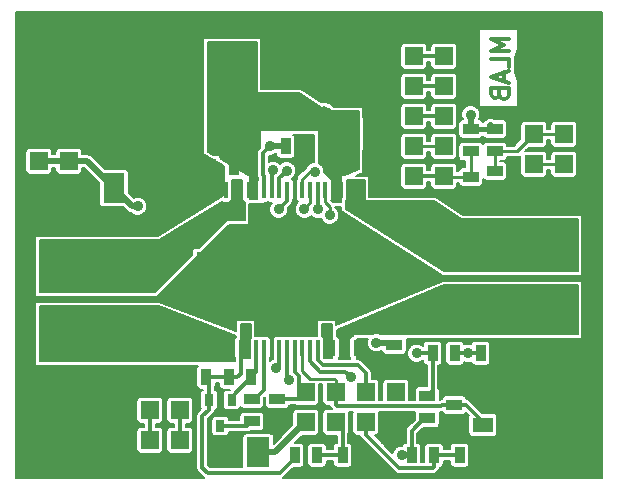
<source format=gbr>
G04 #@! TF.FileFunction,Copper,L2,Bot,Signal*
%FSLAX46Y46*%
G04 Gerber Fmt 4.6, Leading zero omitted, Abs format (unit mm)*
G04 Created by KiCad (PCBNEW (2015-05-13 BZR 5653)-product) date 7. 1. 2016 10:12:27*
%MOMM*%
G01*
G04 APERTURE LIST*
%ADD10C,0.300000*%
%ADD11R,3.810000X3.810000*%
%ADD12R,0.889000X1.397000*%
%ADD13R,1.397000X0.889000*%
%ADD14C,6.000000*%
%ADD15R,1.524000X1.524000*%
%ADD16R,1.699260X1.300480*%
%ADD17R,1.800860X2.499360*%
%ADD18R,2.499360X2.550160*%
%ADD19R,1.950720X2.499360*%
%ADD20R,0.398780X1.399540*%
%ADD21R,9.799320X6.197600*%
%ADD22R,3.098800X2.898140*%
%ADD23R,0.800100X1.000760*%
%ADD24C,1.480820*%
%ADD25C,0.889000*%
%ADD26C,0.254000*%
%ADD27C,0.500000*%
%ADD28C,0.400000*%
%ADD29C,0.200000*%
G04 APERTURE END LIST*
D10*
X42334571Y37806000D02*
X40834571Y37806000D01*
X41906000Y37306000D01*
X40834571Y36806000D01*
X42334571Y36806000D01*
X42334571Y35377428D02*
X42334571Y36091714D01*
X40834571Y36091714D01*
X41906000Y34948857D02*
X41906000Y34234571D01*
X42334571Y35091714D02*
X40834571Y34591714D01*
X42334571Y34091714D01*
X41548857Y33091714D02*
X41620286Y32877428D01*
X41691714Y32806000D01*
X41834571Y32734571D01*
X42048857Y32734571D01*
X42191714Y32806000D01*
X42263143Y32877428D01*
X42334571Y33020286D01*
X42334571Y33591714D01*
X40834571Y33591714D01*
X40834571Y33091714D01*
X40906000Y32948857D01*
X40977429Y32877428D01*
X41120286Y32806000D01*
X41263143Y32806000D01*
X41406000Y32877428D01*
X41477429Y32948857D01*
X41548857Y33091714D01*
X41548857Y33591714D01*
D11*
X13716000Y35226000D03*
X13716000Y30226000D03*
X18796000Y35226000D03*
X18796000Y30226000D03*
D12*
X28257500Y2540000D03*
X30162500Y2540000D03*
X24193500Y2540000D03*
X26098500Y2540000D03*
D13*
X41148000Y30162500D03*
X41148000Y28257500D03*
X39116000Y30162500D03*
X39116000Y28257500D03*
D12*
X34099500Y2540000D03*
X36004500Y2540000D03*
D14*
X45720000Y35560000D03*
X45720000Y5080000D03*
X5080000Y35560000D03*
X5080000Y5080000D03*
D15*
X27686000Y5334000D03*
X27686000Y7874000D03*
X25146000Y7874000D03*
X25146000Y5334000D03*
X11938000Y3810000D03*
X11938000Y6350000D03*
X14478000Y3810000D03*
X14478000Y6350000D03*
X34290000Y31242000D03*
X36830000Y31242000D03*
X34290000Y33782000D03*
X36830000Y33782000D03*
X34290000Y28702000D03*
X36830000Y28702000D03*
X30226000Y5334000D03*
X30226000Y7874000D03*
X44450000Y27178000D03*
X46990000Y27178000D03*
X44450000Y29718000D03*
X46990000Y29718000D03*
X34290000Y26162000D03*
X36830000Y26162000D03*
X2540000Y29972000D03*
X5080000Y29972000D03*
X2540000Y27432000D03*
X5080000Y27432000D03*
X2540000Y24892000D03*
X5080000Y24892000D03*
D16*
X40132000Y8608060D03*
X40132000Y5107940D03*
D17*
X8890000Y29176980D03*
X8890000Y25179020D03*
X23368000Y35526980D03*
X23368000Y31529020D03*
D13*
X37719000Y6794500D03*
X37719000Y8699500D03*
X20574000Y5397500D03*
X20574000Y7302500D03*
D12*
X18605500Y9144000D03*
X20510500Y9144000D03*
D13*
X41148000Y26606500D03*
X41148000Y24701500D03*
X39116000Y26098500D03*
X39116000Y24193500D03*
D12*
X38163500Y2540000D03*
X40068500Y2540000D03*
D18*
X28448000Y34782760D03*
X28448000Y29733240D03*
D12*
X16700500Y9144000D03*
X14795500Y9144000D03*
D19*
X18008600Y2794000D03*
X21107400Y2794000D03*
D13*
X32639000Y11874500D03*
X32639000Y9969500D03*
D12*
X23431500Y28702000D03*
X25336500Y28702000D03*
X19050000Y26924000D03*
X17145000Y26924000D03*
D20*
X29400500Y11590020D03*
X28750260Y11590020D03*
X28100020Y11590020D03*
X27449780Y11590020D03*
X26799540Y11590020D03*
X26149300Y11590020D03*
X25499060Y11590020D03*
X24848820Y11590020D03*
X24198580Y11590020D03*
X23553420Y11590020D03*
X22903180Y11590020D03*
X22252940Y11590020D03*
X21602700Y11590020D03*
X20952460Y11590020D03*
X20302220Y11590020D03*
X19651980Y11590020D03*
X19001740Y11590020D03*
X18351500Y11590020D03*
X18351500Y24985980D03*
X19001740Y24985980D03*
X19651980Y24985980D03*
X20302220Y24985980D03*
X20952460Y24985980D03*
X21602700Y24985980D03*
X22252940Y24985980D03*
X22903180Y24985980D03*
X23553420Y24985980D03*
X24198580Y24985980D03*
X24848820Y24985980D03*
X25499060Y24985980D03*
X26149300Y24985980D03*
X26799540Y24985980D03*
X27449780Y24985980D03*
X28100020Y24985980D03*
X28750260Y24985980D03*
X29400500Y24985980D03*
D21*
X23876000Y18288000D03*
D22*
X30325060Y18288000D03*
X17426940Y18288000D03*
D23*
X17907000Y4996180D03*
X18859500Y7195820D03*
X16954500Y7195820D03*
D24*
X26670000Y31384240D03*
X26670000Y33385760D03*
D15*
X34290000Y36322000D03*
X36830000Y36322000D03*
D11*
X10334000Y18288000D03*
X5334000Y18288000D03*
X10334000Y13288000D03*
X5334000Y13288000D03*
X40466000Y20066000D03*
X45466000Y20066000D03*
X40466000Y15066000D03*
X45466000Y15066000D03*
D12*
X39941500Y11176000D03*
X41846500Y11176000D03*
D15*
X32766000Y5334000D03*
D12*
X35877500Y11176000D03*
X37782500Y11176000D03*
D15*
X32766000Y7874000D03*
D13*
X35433000Y7556500D03*
X35433000Y5651500D03*
X22733000Y7302500D03*
X22733000Y5397500D03*
D25*
X20066000Y13208000D03*
X31114996Y12065000D03*
X26924000Y13208000D03*
X29083000Y18288000D03*
X30325060Y18288000D03*
X28067000Y17145000D03*
X28067000Y19685000D03*
X26289000Y19939000D03*
X26162000Y18034000D03*
X26924000Y16256000D03*
X23876000Y16256000D03*
X22225000Y16129000D03*
X22225000Y17780000D03*
X22225000Y19431000D03*
X22225000Y20701000D03*
X23495000Y20701000D03*
X23495000Y19304000D03*
X23368000Y17780000D03*
X24765000Y17780000D03*
X24892000Y19050000D03*
X25019000Y20447000D03*
X19433975Y4068390D03*
X19431000Y2032000D03*
X31882487Y3815487D03*
X32893000Y3937000D03*
X25527000Y34925000D03*
X25527000Y36322000D03*
X26797000Y37465000D03*
X13716000Y27432000D03*
X13716000Y24511000D03*
X33274000Y2540000D03*
X22098000Y28702000D03*
X10922000Y23622000D03*
X39116000Y31369000D03*
X26162000Y23368000D03*
X25894365Y26556636D03*
X27184332Y22856834D03*
X25019000Y23368000D03*
X23523488Y26641515D03*
X22352000Y26670000D03*
X22860000Y23368000D03*
X23685511Y8890000D03*
X22606000Y9906000D03*
X38862000Y11176000D03*
X28941915Y9129915D03*
X34544000Y11176000D03*
D26*
X19050000Y26924000D02*
X19050000Y29972000D01*
X19050000Y29972000D02*
X18796000Y30226000D01*
X27449780Y24985980D02*
X28100020Y24985980D01*
X19651980Y11590020D02*
X20302220Y11590020D01*
X26799540Y11590020D02*
X27449780Y11590020D01*
D10*
X18796000Y30226000D02*
X22064980Y30226000D01*
X22064980Y30226000D02*
X23368000Y31529020D01*
D26*
X20302220Y24985980D02*
X20952460Y24985980D01*
X20302220Y11590020D02*
X20302220Y12971780D01*
X20302220Y12971780D02*
X20066000Y13208000D01*
D10*
X16700500Y9144000D02*
X18605500Y9144000D01*
X19350000Y9144000D02*
X18605500Y9144000D01*
X19651980Y9445980D02*
X19350000Y9144000D01*
X19651980Y11590020D02*
X19651980Y9445980D01*
X18399760Y8938260D02*
X18605500Y9144000D01*
D26*
X26799540Y13083540D02*
X26924000Y13208000D01*
X26799540Y11590020D02*
X26799540Y13083540D01*
D27*
X32512000Y12065000D02*
X32893000Y11684000D01*
X31114996Y12065000D02*
X32512000Y12065000D01*
D10*
X16954500Y8890000D02*
X16700500Y9144000D01*
X16954500Y7195820D02*
X16954500Y8890000D01*
X16954500Y6395440D02*
X16383000Y5823940D01*
X16954500Y7195820D02*
X16954500Y6395440D01*
X16383000Y1467358D02*
X16834358Y1016000D01*
X16383000Y5823940D02*
X16383000Y1467358D01*
X24193500Y2286000D02*
X24193500Y2540000D01*
X22923500Y1016000D02*
X24193500Y2286000D01*
X16834358Y1016000D02*
X22923500Y1016000D01*
D26*
X31664910Y9779000D02*
X31940500Y9779000D01*
X31940500Y9779000D02*
X32893000Y9779000D01*
X29853890Y11590020D02*
X31664910Y9779000D01*
X29400500Y11590020D02*
X29853890Y11590020D01*
X18351500Y24985980D02*
X17898110Y24985980D01*
X17898110Y24985980D02*
X17145000Y25739090D01*
X17145000Y25739090D02*
X17145000Y25971500D01*
X17145000Y25971500D02*
X17145000Y26924000D01*
X13271500Y25908000D02*
X13271500Y26162000D01*
X14193520Y24985980D02*
X13271500Y25908000D01*
X18351500Y24985980D02*
X14193520Y24985980D01*
X29083000Y18288000D02*
X30325060Y18288000D01*
X26924000Y18288000D02*
X23876000Y18288000D01*
X28067000Y17145000D02*
X26924000Y18288000D01*
X26670000Y18288000D02*
X23876000Y18288000D01*
X28067000Y19685000D02*
X26670000Y18288000D01*
X24638000Y18288000D02*
X23876000Y18288000D01*
X26289000Y19939000D02*
X24638000Y18288000D01*
X25908000Y18288000D02*
X23876000Y18288000D01*
X26162000Y18034000D02*
X25908000Y18288000D01*
X24130000Y18288000D02*
X23876000Y18288000D01*
X26924000Y16256000D02*
X24130000Y18288000D01*
X23876000Y16891000D02*
X23876000Y18288000D01*
X23876000Y16256000D02*
X23876000Y16891000D01*
X23876000Y17780000D02*
X23876000Y18288000D01*
X22225000Y16129000D02*
X23876000Y17780000D01*
X22733000Y18288000D02*
X23876000Y18288000D01*
X22225000Y17780000D02*
X22733000Y18288000D01*
X23368000Y18288000D02*
X23876000Y18288000D01*
X22225000Y19431000D02*
X23368000Y18288000D01*
X23876000Y19050000D02*
X23876000Y18288000D01*
X22225000Y20701000D02*
X23876000Y19050000D01*
X23876000Y20320000D02*
X23876000Y18288000D01*
X23495000Y20701000D02*
X23876000Y20320000D01*
X23876000Y18923000D02*
X23876000Y18288000D01*
X23495000Y19304000D02*
X23876000Y18923000D01*
X23368000Y17780000D02*
X23876000Y18288000D01*
X24257000Y18288000D02*
X23876000Y18288000D01*
X24765000Y17780000D02*
X24257000Y18288000D01*
X24130000Y18288000D02*
X23876000Y18288000D01*
X24892000Y19050000D02*
X24130000Y18288000D01*
X23876000Y19304000D02*
X23876000Y18288000D01*
X25019000Y20447000D02*
X23876000Y19304000D01*
X29400500Y11590020D02*
X29400500Y11089640D01*
X22603460Y5400040D02*
X22606000Y5397500D01*
D10*
X21950680Y5504180D02*
X22098000Y5651500D01*
X18159585Y2794000D02*
X19433975Y4068390D01*
X18008600Y2794000D02*
X18159585Y2794000D01*
X32766000Y4699000D02*
X31882487Y3815487D01*
X32766000Y5334000D02*
X32766000Y4699000D01*
X26670000Y33782000D02*
X25527000Y34925000D01*
X26670000Y33385760D02*
X26670000Y33782000D01*
X25654000Y36322000D02*
X26797000Y37465000D01*
X25527000Y36322000D02*
X25654000Y36322000D01*
X13716000Y27432000D02*
X13716000Y24511000D01*
D27*
X34099500Y2540000D02*
X33274000Y2540000D01*
D10*
X24668760Y5334000D02*
X25146000Y5334000D01*
D27*
X2540000Y27432000D02*
X5080000Y27432000D01*
X6637020Y27432000D02*
X8890000Y25179020D01*
X5080000Y27432000D02*
X6637020Y27432000D01*
X23431500Y28702000D02*
X22098000Y28702000D01*
D10*
X21653501Y28257501D02*
X22098000Y28702000D01*
X21503499Y28107499D02*
X21653501Y28257501D01*
X21503499Y26262719D02*
X21503499Y28107499D01*
X21602700Y26163518D02*
X21503499Y26262719D01*
X21602700Y24985980D02*
X21602700Y26163518D01*
D27*
X10447020Y23622000D02*
X8890000Y25179020D01*
X10922000Y23622000D02*
X10447020Y23622000D01*
X41148000Y30162500D02*
X40957500Y30162500D01*
D28*
X40767002Y30543498D02*
X41148000Y30162500D01*
X41148000Y30162500D02*
X39116000Y30162500D01*
D27*
X39116000Y30162500D02*
X39116000Y31369000D01*
X25122760Y5334000D02*
X25146000Y5334000D01*
X22582760Y2794000D02*
X25122760Y5334000D01*
X21107400Y2794000D02*
X22582760Y2794000D01*
D10*
X35179000Y5651500D02*
X35433000Y5651500D01*
X34099500Y4572000D02*
X35179000Y5651500D01*
X34099500Y2540000D02*
X34099500Y4572000D01*
D26*
X20302220Y9316720D02*
X20129500Y9144000D01*
D10*
X20952460Y9585960D02*
X20952460Y11590020D01*
X20510500Y9144000D02*
X20952460Y9585960D01*
X18859500Y7493000D02*
X18859500Y7195820D01*
X20510500Y9144000D02*
X18859500Y7493000D01*
X28257500Y2540000D02*
X26098500Y2540000D01*
X28257500Y4762500D02*
X27686000Y5334000D01*
X28257500Y2540000D02*
X28257500Y4762500D01*
X38163500Y2540000D02*
X36004500Y2540000D01*
X26149300Y10613898D02*
X26603198Y10160000D01*
X26149300Y11590020D02*
X26149300Y10613898D01*
X26603198Y10160000D02*
X29591000Y10160000D01*
X30226000Y9525000D02*
X30226000Y7874000D01*
X29591000Y10160000D02*
X30226000Y9525000D01*
X35900499Y1437499D02*
X36004500Y1541500D01*
X33060501Y1437499D02*
X35900499Y1437499D01*
X30226000Y4272000D02*
X33060501Y1437499D01*
X36004500Y1541500D02*
X36004500Y2540000D01*
X30226000Y5334000D02*
X30226000Y4272000D01*
X34290000Y26162000D02*
X36830000Y26162000D01*
X26149300Y24985980D02*
X26149300Y23380700D01*
X26149300Y23380700D02*
X26162000Y23368000D01*
D26*
X39116000Y28257500D02*
X39116000Y26098500D01*
X36893500Y26098500D02*
X36830000Y26162000D01*
X39116000Y26098500D02*
X36893500Y26098500D01*
X25465706Y26556636D02*
X25894365Y26556636D01*
X24848820Y25939750D02*
X25465706Y26556636D01*
X24848820Y24985980D02*
X24848820Y25939750D01*
X41148000Y28257500D02*
X41148000Y26606500D01*
X44450000Y29718000D02*
X46990000Y29718000D01*
X42989500Y28257500D02*
X44450000Y29718000D01*
X41148000Y28257500D02*
X42989500Y28257500D01*
X40894000Y28257500D02*
X41148000Y28257500D01*
D10*
X20828000Y7302500D02*
X20574000Y7302500D01*
X21602700Y8077200D02*
X20828000Y7302500D01*
X21602700Y11590020D02*
X21602700Y8077200D01*
D26*
X44450000Y27178000D02*
X46990000Y27178000D01*
X27184332Y23567410D02*
X27184332Y22856834D01*
X26799540Y23952202D02*
X27184332Y23567410D01*
X26799540Y24985980D02*
X26799540Y23952202D01*
D10*
X40132000Y5380000D02*
X40132000Y4980940D01*
X38717500Y6794500D02*
X40132000Y5380000D01*
D26*
X27686000Y7874000D02*
X27686000Y8890000D01*
X27686000Y8890000D02*
X27558999Y9017001D01*
X27558999Y9017001D02*
X25526999Y9017001D01*
X25526999Y9017001D02*
X24848820Y9695180D01*
X24848820Y9695180D02*
X24848820Y10636250D01*
X24848820Y10636250D02*
X24848820Y11590020D01*
D10*
X27686000Y7874000D02*
X27766800Y7874000D01*
X36720500Y6794500D02*
X37719000Y6794500D01*
X36633999Y6707999D02*
X36720500Y6794500D01*
X27790001Y6707999D02*
X36633999Y6707999D01*
X27686000Y6812000D02*
X27790001Y6707999D01*
X27686000Y7874000D02*
X27686000Y6812000D01*
X37719000Y6794500D02*
X38717500Y6794500D01*
D26*
X25499060Y24985980D02*
X25499060Y23926802D01*
X25499060Y23926802D02*
X25019000Y23446742D01*
X25019000Y23446742D02*
X25019000Y23368000D01*
X34290000Y28702000D02*
X36830000Y28702000D01*
D10*
X22903180Y26021207D02*
X23523488Y26641515D01*
X22903180Y24985980D02*
X22903180Y26021207D01*
X34290000Y33782000D02*
X36830000Y33782000D01*
X34290000Y36322000D02*
X36830000Y36322000D01*
X22252940Y24985980D02*
X22252940Y26570940D01*
X22252940Y26570940D02*
X22352000Y26670000D01*
X34290000Y31242000D02*
X36830000Y31242000D01*
X23553420Y24061420D02*
X22860000Y23368000D01*
X23553420Y24985980D02*
X23553420Y24061420D01*
X14478000Y3810000D02*
X14478000Y6350000D01*
X23553420Y9022091D02*
X23685511Y8890000D01*
X23553420Y11590020D02*
X23553420Y9022091D01*
X11938000Y3810000D02*
X11938000Y6350000D01*
X22903180Y10203180D02*
X22606000Y9906000D01*
X22903180Y11590020D02*
X22903180Y10203180D01*
X20172680Y4996180D02*
X20574000Y5397500D01*
X17907000Y4996180D02*
X20172680Y4996180D01*
X37782500Y11176000D02*
X38862000Y11176000D01*
X38862000Y11176000D02*
X39433500Y11176000D01*
X39941500Y11176000D02*
X38862000Y11176000D01*
X24536400Y9256639D02*
X24536400Y8483600D01*
X24536400Y8483600D02*
X25146000Y7874000D01*
X24198580Y11590020D02*
X24198580Y9594459D01*
X24198580Y9594459D02*
X24536400Y9256639D01*
X24198580Y9594459D02*
X24198580Y10590250D01*
X24198580Y10590250D02*
X24198580Y11590020D01*
X24574500Y7302500D02*
X25146000Y7874000D01*
X22733000Y7302500D02*
X24574500Y7302500D01*
X28465840Y9605990D02*
X28941915Y9129915D01*
X26373720Y9605990D02*
X28465840Y9605990D01*
X25499060Y10480650D02*
X26373720Y9605990D01*
X25499060Y11590020D02*
X25499060Y10480650D01*
X34544000Y11176000D02*
X35877500Y11176000D01*
X35877500Y8001000D02*
X35433000Y7556500D01*
X35877500Y11176000D02*
X35877500Y8001000D01*
D29*
G36*
X48160000Y18134000D02*
X36859120Y18134000D01*
X28548000Y23422895D01*
X28548000Y24026095D01*
X28553023Y24029394D01*
X28632436Y24147040D01*
X28660345Y24286210D01*
X28660345Y25685750D01*
X28636625Y25808000D01*
X29972000Y25808000D01*
X30126000Y25808000D01*
X30126000Y24030000D01*
X36037722Y24030000D01*
X38323722Y22506000D01*
X48160000Y22506000D01*
X48160000Y18134000D01*
X48160000Y18134000D01*
G37*
X48160000Y18134000D02*
X36859120Y18134000D01*
X28548000Y23422895D01*
X28548000Y24026095D01*
X28553023Y24029394D01*
X28632436Y24147040D01*
X28660345Y24286210D01*
X28660345Y25685750D01*
X28636625Y25808000D01*
X29972000Y25808000D01*
X30126000Y25808000D01*
X30126000Y24030000D01*
X36037722Y24030000D01*
X38323722Y22506000D01*
X48160000Y22506000D01*
X48160000Y18134000D01*
G36*
X48160000Y12800000D02*
X31427116Y12800000D01*
X31274524Y12863362D01*
X30956861Y12863639D01*
X30802844Y12800000D01*
X29110000Y12800000D01*
X29110000Y12633048D01*
X29066131Y12624536D01*
X28947497Y12546606D01*
X28868084Y12428960D01*
X28840175Y12289790D01*
X28840175Y10890250D01*
X28866364Y10755271D01*
X28926319Y10664000D01*
X27923415Y10664000D01*
X27982196Y10751080D01*
X28010105Y10890250D01*
X28010105Y12289790D01*
X27983916Y12424769D01*
X27905986Y12543403D01*
X27788340Y12622816D01*
X27786000Y12623286D01*
X27786000Y13141333D01*
X36850000Y16918000D01*
X48160000Y16918000D01*
X48160000Y12800000D01*
X48160000Y12800000D01*
G37*
X48160000Y12800000D02*
X31427116Y12800000D01*
X31274524Y12863362D01*
X30956861Y12863639D01*
X30802844Y12800000D01*
X29110000Y12800000D01*
X29110000Y12633048D01*
X29066131Y12624536D01*
X28947497Y12546606D01*
X28868084Y12428960D01*
X28840175Y12289790D01*
X28840175Y10890250D01*
X28866364Y10755271D01*
X28926319Y10664000D01*
X27923415Y10664000D01*
X27982196Y10751080D01*
X28010105Y10890250D01*
X28010105Y12289790D01*
X27983916Y12424769D01*
X27905986Y12543403D01*
X27788340Y12622816D01*
X27786000Y12623286D01*
X27786000Y13141333D01*
X36850000Y16918000D01*
X48160000Y16918000D01*
X48160000Y12800000D01*
G36*
X19966000Y22452000D02*
X18500579Y22452000D01*
X16146584Y20098005D01*
X15877540Y20098005D01*
X15742561Y20071816D01*
X15623927Y19993886D01*
X15544514Y19876240D01*
X15516605Y19737070D01*
X15516605Y19468026D01*
X12404579Y16356000D01*
X2640000Y16356000D01*
X2640000Y20728000D01*
X12728042Y20728000D01*
X18023183Y23951130D01*
X18152110Y23925275D01*
X18550890Y23925275D01*
X18685869Y23951464D01*
X18804503Y24029394D01*
X18883916Y24147040D01*
X18911825Y24286210D01*
X18911825Y25685750D01*
X18888105Y25808000D01*
X19766410Y25808000D01*
X19741895Y25685750D01*
X19741895Y24286210D01*
X19768084Y24151231D01*
X19846014Y24032597D01*
X19963660Y23953184D01*
X19966000Y23952715D01*
X19966000Y22860000D01*
X19966000Y22452000D01*
X19966000Y22452000D01*
G37*
X19966000Y22452000D02*
X18500579Y22452000D01*
X16146584Y20098005D01*
X15877540Y20098005D01*
X15742561Y20071816D01*
X15623927Y19993886D01*
X15544514Y19876240D01*
X15516605Y19737070D01*
X15516605Y19468026D01*
X12404579Y16356000D01*
X2640000Y16356000D01*
X2640000Y20728000D01*
X12728042Y20728000D01*
X18023183Y23951130D01*
X18152110Y23925275D01*
X18550890Y23925275D01*
X18685869Y23951464D01*
X18804503Y24029394D01*
X18883916Y24147040D01*
X18911825Y24286210D01*
X18911825Y25685750D01*
X18888105Y25808000D01*
X19766410Y25808000D01*
X19741895Y25685750D01*
X19741895Y24286210D01*
X19768084Y24151231D01*
X19846014Y24032597D01*
X19963660Y23953184D01*
X19966000Y23952715D01*
X19966000Y22860000D01*
X19966000Y22452000D01*
G36*
X19204000Y12549906D02*
X19198977Y12546606D01*
X19119564Y12428960D01*
X19091655Y12289790D01*
X19091655Y10890250D01*
X19117844Y10755271D01*
X19147980Y10709394D01*
X19147980Y10514000D01*
X17780000Y10514000D01*
X17272000Y10514000D01*
X2640000Y10514000D01*
X2640000Y15140000D01*
X12681432Y15140000D01*
X19204000Y12631320D01*
X19204000Y12549906D01*
X19204000Y12549906D01*
G37*
X19204000Y12549906D02*
X19198977Y12546606D01*
X19119564Y12428960D01*
X19091655Y12289790D01*
X19091655Y10890250D01*
X19117844Y10755271D01*
X19147980Y10709394D01*
X19147980Y10514000D01*
X17780000Y10514000D01*
X17272000Y10514000D01*
X2640000Y10514000D01*
X2640000Y15140000D01*
X12681432Y15140000D01*
X19204000Y12631320D01*
X19204000Y12549906D01*
G36*
X29618000Y26737703D02*
X28428742Y26262000D01*
X28094000Y26262000D01*
X28094000Y23976000D01*
X27455978Y23976000D01*
X27313008Y24118970D01*
X27331956Y24147040D01*
X27359865Y24286210D01*
X27359865Y25685750D01*
X27333676Y25820729D01*
X27278000Y25905485D01*
X27278000Y25949421D01*
X26692846Y26534575D01*
X26693004Y26714771D01*
X26571695Y27008359D01*
X26347270Y27233177D01*
X26262000Y27268584D01*
X26262000Y30072000D01*
X21236000Y30072000D01*
X21236000Y28552764D01*
X21147117Y28463881D01*
X21037864Y28300372D01*
X20999499Y28107499D01*
X20999499Y26262719D01*
X21037864Y26069846D01*
X21098700Y25978798D01*
X21098700Y25867017D01*
X21070284Y25824920D01*
X21042375Y25685750D01*
X21042375Y24286210D01*
X21053281Y24230000D01*
X20420000Y24230000D01*
X20420000Y26220032D01*
X17948533Y27632299D01*
X17924246Y27757479D01*
X17846316Y27876113D01*
X17728670Y27955526D01*
X17589500Y27983435D01*
X17334044Y27983435D01*
X16864000Y28252032D01*
X16864000Y37492000D01*
X20982000Y37492000D01*
X20982000Y33174000D01*
X24607722Y33174000D01*
X26893722Y31650000D01*
X29618000Y31650000D01*
X29618000Y26737703D01*
X29618000Y26737703D01*
G37*
X29618000Y26737703D02*
X28428742Y26262000D01*
X28094000Y26262000D01*
X28094000Y23976000D01*
X27455978Y23976000D01*
X27313008Y24118970D01*
X27331956Y24147040D01*
X27359865Y24286210D01*
X27359865Y25685750D01*
X27333676Y25820729D01*
X27278000Y25905485D01*
X27278000Y25949421D01*
X26692846Y26534575D01*
X26693004Y26714771D01*
X26571695Y27008359D01*
X26347270Y27233177D01*
X26262000Y27268584D01*
X26262000Y30072000D01*
X21236000Y30072000D01*
X21236000Y28552764D01*
X21147117Y28463881D01*
X21037864Y28300372D01*
X20999499Y28107499D01*
X20999499Y26262719D01*
X21037864Y26069846D01*
X21098700Y25978798D01*
X21098700Y25867017D01*
X21070284Y25824920D01*
X21042375Y25685750D01*
X21042375Y24286210D01*
X21053281Y24230000D01*
X20420000Y24230000D01*
X20420000Y26220032D01*
X17948533Y27632299D01*
X17924246Y27757479D01*
X17846316Y27876113D01*
X17728670Y27955526D01*
X17589500Y27983435D01*
X17334044Y27983435D01*
X16864000Y28252032D01*
X16864000Y37492000D01*
X20982000Y37492000D01*
X20982000Y33174000D01*
X24607722Y33174000D01*
X26893722Y31650000D01*
X29618000Y31650000D01*
X29618000Y26737703D01*
G36*
X34395223Y6203999D02*
X34373565Y6096000D01*
X34373565Y5558829D01*
X33743118Y4928382D01*
X33633865Y4764873D01*
X33595500Y4572000D01*
X33595500Y3587891D01*
X33520021Y3573246D01*
X33401387Y3495316D01*
X33321974Y3377670D01*
X33314112Y3338467D01*
X33115865Y3338639D01*
X32822277Y3217330D01*
X32597459Y2992905D01*
X32486082Y2724682D01*
X30997797Y4212967D01*
X31122979Y4237254D01*
X31241613Y4315184D01*
X31321026Y4432830D01*
X31348935Y4572000D01*
X31348935Y6096000D01*
X31327980Y6203999D01*
X34395223Y6203999D01*
X34395223Y6203999D01*
G37*
X34395223Y6203999D02*
X34373565Y6096000D01*
X34373565Y5558829D01*
X33743118Y4928382D01*
X33633865Y4764873D01*
X33595500Y4572000D01*
X33595500Y3587891D01*
X33520021Y3573246D01*
X33401387Y3495316D01*
X33321974Y3377670D01*
X33314112Y3338467D01*
X33115865Y3338639D01*
X32822277Y3217330D01*
X32597459Y2992905D01*
X32486082Y2724682D01*
X30997797Y4212967D01*
X31122979Y4237254D01*
X31241613Y4315184D01*
X31321026Y4432830D01*
X31348935Y4572000D01*
X31348935Y6096000D01*
X31327980Y6203999D01*
X34395223Y6203999D01*
G36*
X50196000Y604000D02*
X23196643Y604000D01*
X23279882Y659618D01*
X24100829Y1480565D01*
X24638000Y1480565D01*
X24772979Y1506754D01*
X24891613Y1584684D01*
X24971026Y1702330D01*
X24998935Y1841500D01*
X24998935Y3238500D01*
X24972746Y3373479D01*
X24894816Y3492113D01*
X24777170Y3571526D01*
X24638000Y3599435D01*
X24242379Y3599435D01*
X24854009Y4211065D01*
X25908000Y4211065D01*
X26042979Y4237254D01*
X26161613Y4315184D01*
X26241026Y4432830D01*
X26268935Y4572000D01*
X26268935Y6096000D01*
X26242746Y6230979D01*
X26164816Y6349613D01*
X26047170Y6429026D01*
X25908000Y6456935D01*
X24384000Y6456935D01*
X24249021Y6430746D01*
X24130387Y6352816D01*
X24050974Y6235170D01*
X24023065Y6096000D01*
X24023065Y5088490D01*
X22443695Y3509120D01*
X22443695Y4043680D01*
X22417506Y4178659D01*
X22339576Y4297293D01*
X22221930Y4376706D01*
X22082760Y4404615D01*
X21633435Y4404615D01*
X21633435Y4953000D01*
X21633435Y5842000D01*
X21607246Y5976979D01*
X21529316Y6095613D01*
X21411670Y6175026D01*
X21272500Y6202935D01*
X19875500Y6202935D01*
X19740521Y6176746D01*
X19621887Y6098816D01*
X19542474Y5981170D01*
X19514565Y5842000D01*
X19514565Y5500180D01*
X18667282Y5500180D01*
X18641796Y5631539D01*
X18563866Y5750173D01*
X18446220Y5829586D01*
X18307050Y5857495D01*
X17506950Y5857495D01*
X17371971Y5831306D01*
X17253337Y5753376D01*
X17173924Y5635730D01*
X17146015Y5496560D01*
X17146015Y4495800D01*
X17172204Y4360821D01*
X17250134Y4242187D01*
X17367780Y4162774D01*
X17506950Y4134865D01*
X18307050Y4134865D01*
X18442029Y4161054D01*
X18560663Y4238984D01*
X18640076Y4356630D01*
X18667259Y4492180D01*
X20172680Y4492180D01*
X20365552Y4530545D01*
X20365553Y4530545D01*
X20457623Y4592065D01*
X20457624Y4592065D01*
X21272500Y4592065D01*
X21407479Y4618254D01*
X21526113Y4696184D01*
X21605526Y4813830D01*
X21633435Y4953000D01*
X21633435Y4404615D01*
X20132040Y4404615D01*
X19997061Y4378426D01*
X19878427Y4300496D01*
X19799014Y4182850D01*
X19771105Y4043680D01*
X19771105Y1544320D01*
X19775823Y1520000D01*
X17043122Y1520000D01*
X16887000Y1676122D01*
X16887000Y5615176D01*
X17310882Y6039058D01*
X17420135Y6202567D01*
X17420135Y6202568D01*
X17450065Y6353038D01*
X17489529Y6360694D01*
X17608163Y6438624D01*
X17687576Y6556270D01*
X17715485Y6695440D01*
X17715485Y7696200D01*
X17689296Y7831179D01*
X17611366Y7949813D01*
X17493720Y8029226D01*
X17458500Y8036289D01*
X17458500Y8277404D01*
X17478026Y8306330D01*
X17505935Y8445500D01*
X17505935Y8640000D01*
X17800065Y8640000D01*
X17800065Y8445500D01*
X17826254Y8310521D01*
X17904184Y8191887D01*
X18021830Y8112474D01*
X18161000Y8084565D01*
X18738301Y8084565D01*
X18710871Y8057135D01*
X18459450Y8057135D01*
X18324471Y8030946D01*
X18205837Y7953016D01*
X18126424Y7835370D01*
X18098515Y7696200D01*
X18098515Y6695440D01*
X18124704Y6560461D01*
X18202634Y6441827D01*
X18320280Y6362414D01*
X18459450Y6334505D01*
X19259550Y6334505D01*
X19394529Y6360694D01*
X19513163Y6438624D01*
X19592576Y6556270D01*
X19606074Y6623583D01*
X19618684Y6604387D01*
X19736330Y6524974D01*
X19875500Y6497065D01*
X21272500Y6497065D01*
X21407479Y6523254D01*
X21526113Y6601184D01*
X21605526Y6718830D01*
X21633435Y6858000D01*
X21633435Y7395171D01*
X21673565Y7435301D01*
X21673565Y6858000D01*
X21699754Y6723021D01*
X21777684Y6604387D01*
X21895330Y6524974D01*
X22034500Y6497065D01*
X23431500Y6497065D01*
X23566479Y6523254D01*
X23685113Y6601184D01*
X23764526Y6718830D01*
X23780502Y6798500D01*
X24215903Y6798500D01*
X24244830Y6778974D01*
X24384000Y6751065D01*
X25908000Y6751065D01*
X26042979Y6777254D01*
X26161613Y6855184D01*
X26241026Y6972830D01*
X26268935Y7112000D01*
X26268935Y8536001D01*
X26563065Y8536001D01*
X26563065Y7112000D01*
X26589254Y6977021D01*
X26667184Y6858387D01*
X26784830Y6778974D01*
X26924000Y6751065D01*
X27194120Y6751065D01*
X27220365Y6619127D01*
X27328738Y6456935D01*
X26924000Y6456935D01*
X26789021Y6430746D01*
X26670387Y6352816D01*
X26590974Y6235170D01*
X26563065Y6096000D01*
X26563065Y4572000D01*
X26589254Y4437021D01*
X26667184Y4318387D01*
X26784830Y4238974D01*
X26924000Y4211065D01*
X27753500Y4211065D01*
X27753500Y3587891D01*
X27678021Y3573246D01*
X27559387Y3495316D01*
X27479974Y3377670D01*
X27452065Y3238500D01*
X27452065Y3044000D01*
X26903935Y3044000D01*
X26903935Y3238500D01*
X26877746Y3373479D01*
X26799816Y3492113D01*
X26682170Y3571526D01*
X26543000Y3599435D01*
X25654000Y3599435D01*
X25519021Y3573246D01*
X25400387Y3495316D01*
X25320974Y3377670D01*
X25293065Y3238500D01*
X25293065Y1841500D01*
X25319254Y1706521D01*
X25397184Y1587887D01*
X25514830Y1508474D01*
X25654000Y1480565D01*
X26543000Y1480565D01*
X26677979Y1506754D01*
X26796613Y1584684D01*
X26876026Y1702330D01*
X26903935Y1841500D01*
X26903935Y2036000D01*
X27452065Y2036000D01*
X27452065Y1841500D01*
X27478254Y1706521D01*
X27556184Y1587887D01*
X27673830Y1508474D01*
X27813000Y1480565D01*
X28702000Y1480565D01*
X28836979Y1506754D01*
X28955613Y1584684D01*
X29035026Y1702330D01*
X29062935Y1841500D01*
X29062935Y3238500D01*
X29036746Y3373479D01*
X28958816Y3492113D01*
X28841170Y3571526D01*
X28761500Y3587503D01*
X28761500Y4403904D01*
X28781026Y4432830D01*
X28808935Y4572000D01*
X28808935Y6096000D01*
X28787980Y6203999D01*
X29124723Y6203999D01*
X29103065Y6096000D01*
X29103065Y4572000D01*
X29129254Y4437021D01*
X29207184Y4318387D01*
X29324830Y4238974D01*
X29464000Y4211065D01*
X29734120Y4211065D01*
X29760365Y4079127D01*
X29869618Y3915618D01*
X32704119Y1081117D01*
X32867629Y971864D01*
X33060501Y933499D01*
X35900499Y933499D01*
X36093371Y971864D01*
X36093372Y971864D01*
X36256881Y1081117D01*
X36360882Y1185118D01*
X36470135Y1348628D01*
X36498281Y1490127D01*
X36583979Y1506754D01*
X36702613Y1584684D01*
X36782026Y1702330D01*
X36809935Y1841500D01*
X36809935Y2036000D01*
X37358065Y2036000D01*
X37358065Y1841500D01*
X37384254Y1706521D01*
X37462184Y1587887D01*
X37579830Y1508474D01*
X37719000Y1480565D01*
X38608000Y1480565D01*
X38742979Y1506754D01*
X38861613Y1584684D01*
X38941026Y1702330D01*
X38968935Y1841500D01*
X38968935Y3238500D01*
X38942746Y3373479D01*
X38864816Y3492113D01*
X38747170Y3571526D01*
X38608000Y3599435D01*
X37719000Y3599435D01*
X37584021Y3573246D01*
X37465387Y3495316D01*
X37385974Y3377670D01*
X37358065Y3238500D01*
X37358065Y3044000D01*
X36809935Y3044000D01*
X36809935Y3238500D01*
X36783746Y3373479D01*
X36705816Y3492113D01*
X36588170Y3571526D01*
X36449000Y3599435D01*
X35560000Y3599435D01*
X35425021Y3573246D01*
X35306387Y3495316D01*
X35226974Y3377670D01*
X35199065Y3238500D01*
X35199065Y1941499D01*
X34904935Y1941499D01*
X34904935Y3238500D01*
X34878746Y3373479D01*
X34800816Y3492113D01*
X34683170Y3571526D01*
X34603500Y3587503D01*
X34603500Y4363237D01*
X35086328Y4846065D01*
X36131500Y4846065D01*
X36266479Y4872254D01*
X36385113Y4950184D01*
X36464526Y5067830D01*
X36492435Y5207000D01*
X36492435Y6096000D01*
X36471480Y6203999D01*
X36633999Y6203999D01*
X36686176Y6214378D01*
X36763684Y6096387D01*
X36881330Y6016974D01*
X37020500Y5989065D01*
X38417500Y5989065D01*
X38552479Y6015254D01*
X38671113Y6093184D01*
X38685193Y6114043D01*
X38941416Y5857820D01*
X38921435Y5758180D01*
X38921435Y4457700D01*
X38947624Y4322721D01*
X39025554Y4204087D01*
X39143200Y4124674D01*
X39282370Y4096765D01*
X40981630Y4096765D01*
X41116609Y4122954D01*
X41235243Y4200884D01*
X41314656Y4318530D01*
X41342565Y4457700D01*
X41342565Y5758180D01*
X41316376Y5893159D01*
X41238446Y6011793D01*
X41120800Y6091206D01*
X40981630Y6119115D01*
X40746935Y6119115D01*
X40746935Y10477500D01*
X40746935Y11874500D01*
X40720746Y12009479D01*
X40642816Y12128113D01*
X40525170Y12207526D01*
X40386000Y12235435D01*
X39497000Y12235435D01*
X39362021Y12209246D01*
X39243387Y12131316D01*
X39163974Y12013670D01*
X39145747Y11922782D01*
X39021528Y11974362D01*
X38703865Y11974639D01*
X38578551Y11922861D01*
X38561746Y12009479D01*
X38483816Y12128113D01*
X38366170Y12207526D01*
X38227000Y12235435D01*
X37338000Y12235435D01*
X37203021Y12209246D01*
X37084387Y12131316D01*
X37004974Y12013670D01*
X36977065Y11874500D01*
X36977065Y10477500D01*
X37003254Y10342521D01*
X37081184Y10223887D01*
X37198830Y10144474D01*
X37338000Y10116565D01*
X38227000Y10116565D01*
X38361979Y10142754D01*
X38480613Y10220684D01*
X38560026Y10338330D01*
X38578252Y10429219D01*
X38702472Y10377638D01*
X39020135Y10377361D01*
X39145448Y10429140D01*
X39162254Y10342521D01*
X39240184Y10223887D01*
X39357830Y10144474D01*
X39497000Y10116565D01*
X40386000Y10116565D01*
X40520979Y10142754D01*
X40639613Y10220684D01*
X40719026Y10338330D01*
X40746935Y10477500D01*
X40746935Y6119115D01*
X40105649Y6119115D01*
X39073882Y7150882D01*
X38910373Y7260135D01*
X38768873Y7288282D01*
X38752246Y7373979D01*
X38674316Y7492613D01*
X38556670Y7572026D01*
X38417500Y7599935D01*
X37020500Y7599935D01*
X36885521Y7573746D01*
X36766887Y7495816D01*
X36687474Y7378170D01*
X36669461Y7288348D01*
X36527628Y7260135D01*
X36492435Y7236620D01*
X36492435Y8001000D01*
X36466246Y8135979D01*
X36388316Y8254613D01*
X36381500Y8259214D01*
X36381500Y10128110D01*
X36456979Y10142754D01*
X36575613Y10220684D01*
X36655026Y10338330D01*
X36682935Y10477500D01*
X36682935Y11874500D01*
X36656746Y12009479D01*
X36578816Y12128113D01*
X36461170Y12207526D01*
X36322000Y12235435D01*
X35433000Y12235435D01*
X35298021Y12209246D01*
X35179387Y12131316D01*
X35099974Y12013670D01*
X35072065Y11874500D01*
X35072065Y11777249D01*
X34996905Y11852541D01*
X34703528Y11974362D01*
X34385865Y11974639D01*
X34092277Y11853330D01*
X33867459Y11628905D01*
X33745638Y11335528D01*
X33745361Y11017865D01*
X33866670Y10724277D01*
X34091095Y10499459D01*
X34384472Y10377638D01*
X34702135Y10377361D01*
X34995723Y10498670D01*
X35072065Y10574879D01*
X35072065Y10477500D01*
X35098254Y10342521D01*
X35176184Y10223887D01*
X35293830Y10144474D01*
X35373500Y10128497D01*
X35373500Y8361935D01*
X34734500Y8361935D01*
X34599521Y8335746D01*
X34480887Y8257816D01*
X34401474Y8140170D01*
X34373565Y8001000D01*
X34373565Y7211999D01*
X33888935Y7211999D01*
X33888935Y8636000D01*
X33862746Y8770979D01*
X33784816Y8889613D01*
X33667170Y8969026D01*
X33528000Y8996935D01*
X32004000Y8996935D01*
X31869021Y8970746D01*
X31750387Y8892816D01*
X31670974Y8775170D01*
X31643065Y8636000D01*
X31643065Y7211999D01*
X31348935Y7211999D01*
X31348935Y8636000D01*
X31322746Y8770979D01*
X31244816Y8889613D01*
X31127170Y8969026D01*
X30988000Y8996935D01*
X30730000Y8996935D01*
X30730000Y9524995D01*
X30730000Y9525000D01*
X30730001Y9525000D01*
X30691635Y9717872D01*
X30582382Y9881382D01*
X29947382Y10516382D01*
X29783873Y10625635D01*
X29591000Y10664000D01*
X29510000Y10664000D01*
X29510000Y12400000D01*
X30389496Y12400000D01*
X30316634Y12224528D01*
X30316357Y11906865D01*
X30437666Y11613277D01*
X30662091Y11388459D01*
X30955468Y11266638D01*
X31273131Y11266361D01*
X31566719Y11387670D01*
X31584361Y11405282D01*
X31605754Y11295021D01*
X31683684Y11176387D01*
X31801330Y11096974D01*
X31940500Y11069065D01*
X33337500Y11069065D01*
X33472479Y11095254D01*
X33591113Y11173184D01*
X33670526Y11290830D01*
X33698435Y11430000D01*
X33698435Y12319000D01*
X33682719Y12400000D01*
X48560000Y12400000D01*
X48560000Y17318000D01*
X48560000Y17734000D01*
X48560000Y22906000D01*
X48112935Y22906000D01*
X48112935Y26416000D01*
X48112935Y27940000D01*
X48086746Y28074979D01*
X48008816Y28193613D01*
X47891170Y28273026D01*
X47752000Y28300935D01*
X46228000Y28300935D01*
X46093021Y28274746D01*
X45974387Y28196816D01*
X45894974Y28079170D01*
X45867065Y27940000D01*
X45867065Y27659000D01*
X45572935Y27659000D01*
X45572935Y27940000D01*
X45546746Y28074979D01*
X45468816Y28193613D01*
X45351170Y28273026D01*
X45212000Y28300935D01*
X43713171Y28300935D01*
X44007301Y28595065D01*
X45212000Y28595065D01*
X45346979Y28621254D01*
X45465613Y28699184D01*
X45545026Y28816830D01*
X45572935Y28956000D01*
X45572935Y29237000D01*
X45867065Y29237000D01*
X45867065Y28956000D01*
X45893254Y28821021D01*
X45971184Y28702387D01*
X46088830Y28622974D01*
X46228000Y28595065D01*
X47752000Y28595065D01*
X47886979Y28621254D01*
X48005613Y28699184D01*
X48085026Y28816830D01*
X48112935Y28956000D01*
X48112935Y30480000D01*
X48086746Y30614979D01*
X48008816Y30733613D01*
X47891170Y30813026D01*
X47752000Y30840935D01*
X46228000Y30840935D01*
X46093021Y30814746D01*
X45974387Y30736816D01*
X45894974Y30619170D01*
X45867065Y30480000D01*
X45867065Y30199000D01*
X45572935Y30199000D01*
X45572935Y30480000D01*
X45546746Y30614979D01*
X45468816Y30733613D01*
X45351170Y30813026D01*
X45212000Y30840935D01*
X43688000Y30840935D01*
X43553021Y30814746D01*
X43434387Y30736816D01*
X43354974Y30619170D01*
X43327065Y30480000D01*
X43327065Y29275301D01*
X43156000Y29104236D01*
X43156000Y31998857D01*
X43156000Y38613143D01*
X39856000Y38613143D01*
X39856000Y31998857D01*
X43156000Y31998857D01*
X43156000Y29104236D01*
X42790264Y28738500D01*
X42207435Y28738500D01*
X42207435Y29718000D01*
X42207435Y30607000D01*
X42181246Y30741979D01*
X42103316Y30860613D01*
X41985670Y30940026D01*
X41846500Y30967935D01*
X41109799Y30967935D01*
X40979008Y31055327D01*
X40767002Y31097498D01*
X40554996Y31055327D01*
X40413853Y30961019D01*
X40314521Y30941746D01*
X40195887Y30863816D01*
X40131687Y30768709D01*
X40071316Y30860613D01*
X39953670Y30940026D01*
X39814500Y30967935D01*
X39814066Y30967935D01*
X39914362Y31209472D01*
X39914639Y31527135D01*
X39793330Y31820723D01*
X39568905Y32045541D01*
X39275528Y32167362D01*
X38957865Y32167639D01*
X38664277Y32046330D01*
X38439459Y31821905D01*
X38317638Y31528528D01*
X38317361Y31210865D01*
X38417738Y30967935D01*
X38417500Y30967935D01*
X38282521Y30941746D01*
X38163887Y30863816D01*
X38084474Y30746170D01*
X38056565Y30607000D01*
X38056565Y29718000D01*
X38082754Y29583021D01*
X38160684Y29464387D01*
X38278330Y29384974D01*
X38417500Y29357065D01*
X39814500Y29357065D01*
X39949479Y29383254D01*
X40068113Y29461184D01*
X40132312Y29556292D01*
X40192684Y29464387D01*
X40310330Y29384974D01*
X40449500Y29357065D01*
X41846500Y29357065D01*
X41981479Y29383254D01*
X42100113Y29461184D01*
X42179526Y29578830D01*
X42207435Y29718000D01*
X42207435Y28738500D01*
X42200353Y28738500D01*
X42181246Y28836979D01*
X42103316Y28955613D01*
X41985670Y29035026D01*
X41846500Y29062935D01*
X40449500Y29062935D01*
X40314521Y29036746D01*
X40195887Y28958816D01*
X40131687Y28863709D01*
X40071316Y28955613D01*
X39953670Y29035026D01*
X39814500Y29062935D01*
X38417500Y29062935D01*
X38282521Y29036746D01*
X38163887Y28958816D01*
X38084474Y28841170D01*
X38056565Y28702000D01*
X38056565Y27813000D01*
X38082754Y27678021D01*
X38160684Y27559387D01*
X38278330Y27479974D01*
X38417500Y27452065D01*
X38635000Y27452065D01*
X38635000Y26903935D01*
X38417500Y26903935D01*
X38282521Y26877746D01*
X38163887Y26799816D01*
X38084474Y26682170D01*
X38063884Y26579500D01*
X37952935Y26579500D01*
X37952935Y26924000D01*
X37952935Y27940000D01*
X37952935Y29464000D01*
X37952935Y30480000D01*
X37952935Y32004000D01*
X37952935Y33020000D01*
X37952935Y34544000D01*
X37952935Y35560000D01*
X37952935Y37084000D01*
X37926746Y37218979D01*
X37848816Y37337613D01*
X37731170Y37417026D01*
X37592000Y37444935D01*
X36068000Y37444935D01*
X35933021Y37418746D01*
X35814387Y37340816D01*
X35734974Y37223170D01*
X35707065Y37084000D01*
X35707065Y36826000D01*
X35412935Y36826000D01*
X35412935Y37084000D01*
X35386746Y37218979D01*
X35308816Y37337613D01*
X35191170Y37417026D01*
X35052000Y37444935D01*
X33528000Y37444935D01*
X33393021Y37418746D01*
X33274387Y37340816D01*
X33194974Y37223170D01*
X33167065Y37084000D01*
X33167065Y35560000D01*
X33193254Y35425021D01*
X33271184Y35306387D01*
X33388830Y35226974D01*
X33528000Y35199065D01*
X35052000Y35199065D01*
X35186979Y35225254D01*
X35305613Y35303184D01*
X35385026Y35420830D01*
X35412935Y35560000D01*
X35412935Y35818000D01*
X35707065Y35818000D01*
X35707065Y35560000D01*
X35733254Y35425021D01*
X35811184Y35306387D01*
X35928830Y35226974D01*
X36068000Y35199065D01*
X37592000Y35199065D01*
X37726979Y35225254D01*
X37845613Y35303184D01*
X37925026Y35420830D01*
X37952935Y35560000D01*
X37952935Y34544000D01*
X37926746Y34678979D01*
X37848816Y34797613D01*
X37731170Y34877026D01*
X37592000Y34904935D01*
X36068000Y34904935D01*
X35933021Y34878746D01*
X35814387Y34800816D01*
X35734974Y34683170D01*
X35707065Y34544000D01*
X35707065Y34286000D01*
X35412935Y34286000D01*
X35412935Y34544000D01*
X35386746Y34678979D01*
X35308816Y34797613D01*
X35191170Y34877026D01*
X35052000Y34904935D01*
X33528000Y34904935D01*
X33393021Y34878746D01*
X33274387Y34800816D01*
X33194974Y34683170D01*
X33167065Y34544000D01*
X33167065Y33020000D01*
X33193254Y32885021D01*
X33271184Y32766387D01*
X33388830Y32686974D01*
X33528000Y32659065D01*
X35052000Y32659065D01*
X35186979Y32685254D01*
X35305613Y32763184D01*
X35385026Y32880830D01*
X35412935Y33020000D01*
X35412935Y33278000D01*
X35707065Y33278000D01*
X35707065Y33020000D01*
X35733254Y32885021D01*
X35811184Y32766387D01*
X35928830Y32686974D01*
X36068000Y32659065D01*
X37592000Y32659065D01*
X37726979Y32685254D01*
X37845613Y32763184D01*
X37925026Y32880830D01*
X37952935Y33020000D01*
X37952935Y32004000D01*
X37926746Y32138979D01*
X37848816Y32257613D01*
X37731170Y32337026D01*
X37592000Y32364935D01*
X36068000Y32364935D01*
X35933021Y32338746D01*
X35814387Y32260816D01*
X35734974Y32143170D01*
X35707065Y32004000D01*
X35707065Y31746000D01*
X35412935Y31746000D01*
X35412935Y32004000D01*
X35386746Y32138979D01*
X35308816Y32257613D01*
X35191170Y32337026D01*
X35052000Y32364935D01*
X33528000Y32364935D01*
X33393021Y32338746D01*
X33274387Y32260816D01*
X33194974Y32143170D01*
X33167065Y32004000D01*
X33167065Y30480000D01*
X33193254Y30345021D01*
X33271184Y30226387D01*
X33388830Y30146974D01*
X33528000Y30119065D01*
X35052000Y30119065D01*
X35186979Y30145254D01*
X35305613Y30223184D01*
X35385026Y30340830D01*
X35412935Y30480000D01*
X35412935Y30738000D01*
X35707065Y30738000D01*
X35707065Y30480000D01*
X35733254Y30345021D01*
X35811184Y30226387D01*
X35928830Y30146974D01*
X36068000Y30119065D01*
X37592000Y30119065D01*
X37726979Y30145254D01*
X37845613Y30223184D01*
X37925026Y30340830D01*
X37952935Y30480000D01*
X37952935Y29464000D01*
X37926746Y29598979D01*
X37848816Y29717613D01*
X37731170Y29797026D01*
X37592000Y29824935D01*
X36068000Y29824935D01*
X35933021Y29798746D01*
X35814387Y29720816D01*
X35734974Y29603170D01*
X35707065Y29464000D01*
X35707065Y29183000D01*
X35412935Y29183000D01*
X35412935Y29464000D01*
X35386746Y29598979D01*
X35308816Y29717613D01*
X35191170Y29797026D01*
X35052000Y29824935D01*
X33528000Y29824935D01*
X33393021Y29798746D01*
X33274387Y29720816D01*
X33194974Y29603170D01*
X33167065Y29464000D01*
X33167065Y27940000D01*
X33193254Y27805021D01*
X33271184Y27686387D01*
X33388830Y27606974D01*
X33528000Y27579065D01*
X35052000Y27579065D01*
X35186979Y27605254D01*
X35305613Y27683184D01*
X35385026Y27800830D01*
X35412935Y27940000D01*
X35412935Y28221000D01*
X35707065Y28221000D01*
X35707065Y27940000D01*
X35733254Y27805021D01*
X35811184Y27686387D01*
X35928830Y27606974D01*
X36068000Y27579065D01*
X37592000Y27579065D01*
X37726979Y27605254D01*
X37845613Y27683184D01*
X37925026Y27800830D01*
X37952935Y27940000D01*
X37952935Y26924000D01*
X37926746Y27058979D01*
X37848816Y27177613D01*
X37731170Y27257026D01*
X37592000Y27284935D01*
X36068000Y27284935D01*
X35933021Y27258746D01*
X35814387Y27180816D01*
X35734974Y27063170D01*
X35707065Y26924000D01*
X35707065Y26666000D01*
X35412935Y26666000D01*
X35412935Y26924000D01*
X35386746Y27058979D01*
X35308816Y27177613D01*
X35191170Y27257026D01*
X35052000Y27284935D01*
X33528000Y27284935D01*
X33393021Y27258746D01*
X33274387Y27180816D01*
X33194974Y27063170D01*
X33167065Y26924000D01*
X33167065Y25400000D01*
X33193254Y25265021D01*
X33271184Y25146387D01*
X33388830Y25066974D01*
X33528000Y25039065D01*
X35052000Y25039065D01*
X35186979Y25065254D01*
X35305613Y25143184D01*
X35385026Y25260830D01*
X35412935Y25400000D01*
X35412935Y25658000D01*
X35707065Y25658000D01*
X35707065Y25400000D01*
X35733254Y25265021D01*
X35811184Y25146387D01*
X35928830Y25066974D01*
X36068000Y25039065D01*
X37592000Y25039065D01*
X37726979Y25065254D01*
X37845613Y25143184D01*
X37925026Y25260830D01*
X37952935Y25400000D01*
X37952935Y25617500D01*
X38063646Y25617500D01*
X38082754Y25519021D01*
X38160684Y25400387D01*
X38278330Y25320974D01*
X38417500Y25293065D01*
X39814500Y25293065D01*
X39949479Y25319254D01*
X40068113Y25397184D01*
X40147526Y25514830D01*
X40175435Y25654000D01*
X40175435Y25934645D01*
X40192684Y25908387D01*
X40310330Y25828974D01*
X40449500Y25801065D01*
X41846500Y25801065D01*
X41981479Y25827254D01*
X42100113Y25905184D01*
X42179526Y26022830D01*
X42207435Y26162000D01*
X42207435Y27051000D01*
X42181246Y27185979D01*
X42103316Y27304613D01*
X41985670Y27384026D01*
X41846500Y27411935D01*
X41629000Y27411935D01*
X41629000Y27452065D01*
X41846500Y27452065D01*
X41981479Y27478254D01*
X42100113Y27556184D01*
X42179526Y27673830D01*
X42200115Y27776500D01*
X42989500Y27776500D01*
X42989500Y27776501D01*
X43173571Y27813114D01*
X43327065Y27915677D01*
X43327065Y26416000D01*
X43353254Y26281021D01*
X43431184Y26162387D01*
X43548830Y26082974D01*
X43688000Y26055065D01*
X45212000Y26055065D01*
X45346979Y26081254D01*
X45465613Y26159184D01*
X45545026Y26276830D01*
X45572935Y26416000D01*
X45572935Y26697000D01*
X45867065Y26697000D01*
X45867065Y26416000D01*
X45893254Y26281021D01*
X45971184Y26162387D01*
X46088830Y26082974D01*
X46228000Y26055065D01*
X47752000Y26055065D01*
X47886979Y26081254D01*
X48005613Y26159184D01*
X48085026Y26276830D01*
X48112935Y26416000D01*
X48112935Y22906000D01*
X38444833Y22906000D01*
X36158833Y24430000D01*
X30526000Y24430000D01*
X30526000Y26208000D01*
X29972000Y26208000D01*
X29370775Y26208000D01*
X30018000Y26466890D01*
X30018000Y28300167D01*
X30030706Y28318990D01*
X30058615Y28458160D01*
X30058615Y31008320D01*
X30032426Y31143299D01*
X30018000Y31165259D01*
X30018000Y32050000D01*
X27551782Y32050000D01*
X27290743Y32311495D01*
X26888647Y32478460D01*
X26453263Y32478840D01*
X26402830Y32458002D01*
X24728833Y33574000D01*
X21382000Y33574000D01*
X21382000Y37892000D01*
X16464000Y37892000D01*
X16464000Y28019903D01*
X18244565Y27002437D01*
X18244565Y26225500D01*
X18247960Y26208000D01*
X18242000Y26208000D01*
X18242000Y24552598D01*
X12615875Y21128000D01*
X11720639Y21128000D01*
X11720639Y23780135D01*
X11599330Y24073723D01*
X11374905Y24298541D01*
X11081528Y24420362D01*
X10763865Y24420639D01*
X10578965Y24344240D01*
X10151365Y24771839D01*
X10151365Y26428700D01*
X10125176Y26563679D01*
X10047246Y26682313D01*
X9929600Y26761726D01*
X9790430Y26789635D01*
X8133569Y26789635D01*
X7064112Y27859092D01*
X6868161Y27990023D01*
X6637020Y28036000D01*
X6202935Y28036000D01*
X6202935Y28194000D01*
X6176746Y28328979D01*
X6098816Y28447613D01*
X5981170Y28527026D01*
X5842000Y28554935D01*
X4318000Y28554935D01*
X4183021Y28528746D01*
X4064387Y28450816D01*
X3984974Y28333170D01*
X3957065Y28194000D01*
X3957065Y28036000D01*
X3662935Y28036000D01*
X3662935Y28194000D01*
X3636746Y28328979D01*
X3558816Y28447613D01*
X3441170Y28527026D01*
X3302000Y28554935D01*
X1778000Y28554935D01*
X1643021Y28528746D01*
X1524387Y28450816D01*
X1444974Y28333170D01*
X1417065Y28194000D01*
X1417065Y26670000D01*
X1443254Y26535021D01*
X1521184Y26416387D01*
X1638830Y26336974D01*
X1778000Y26309065D01*
X3302000Y26309065D01*
X3436979Y26335254D01*
X3555613Y26413184D01*
X3635026Y26530830D01*
X3662935Y26670000D01*
X3662935Y26828000D01*
X3957065Y26828000D01*
X3957065Y26670000D01*
X3983254Y26535021D01*
X4061184Y26416387D01*
X4178830Y26336974D01*
X4318000Y26309065D01*
X5842000Y26309065D01*
X5976979Y26335254D01*
X6095613Y26413184D01*
X6175026Y26530830D01*
X6202935Y26670000D01*
X6202935Y26828000D01*
X6386835Y26828000D01*
X7628635Y25586200D01*
X7628635Y23929340D01*
X7654824Y23794361D01*
X7732754Y23675727D01*
X7850400Y23596314D01*
X7989570Y23568405D01*
X9646430Y23568405D01*
X10019928Y23194907D01*
X10137392Y23116421D01*
X10215879Y23063977D01*
X10215880Y23063977D01*
X10384207Y23030495D01*
X10384208Y23030495D01*
X10469095Y22945459D01*
X10762472Y22823638D01*
X11080135Y22823361D01*
X11373723Y22944670D01*
X11598541Y23169095D01*
X11720362Y23462472D01*
X11720639Y23780135D01*
X11720639Y21128000D01*
X2240000Y21128000D01*
X2240000Y15956000D01*
X12570264Y15956000D01*
X18666264Y22052000D01*
X20366000Y22052000D01*
X20366000Y22860000D01*
X20366000Y23830000D01*
X21636000Y23830000D01*
X21636000Y23925275D01*
X21802090Y23925275D01*
X21929896Y23950073D01*
X22053550Y23925275D01*
X22288011Y23925275D01*
X22183459Y23820905D01*
X22061638Y23527528D01*
X22061361Y23209865D01*
X22182670Y22916277D01*
X22407095Y22691459D01*
X22700472Y22569638D01*
X23018135Y22569361D01*
X23311723Y22690670D01*
X23536541Y22915095D01*
X23658362Y23208472D01*
X23658575Y23453812D01*
X23909802Y23705038D01*
X24019055Y23868547D01*
X24019055Y23868548D01*
X24057420Y24061420D01*
X24057420Y24104944D01*
X24085836Y24147040D01*
X24113745Y24286210D01*
X24113745Y25685750D01*
X24087556Y25820729D01*
X24009626Y25939363D01*
X23973748Y25963581D01*
X23975211Y25964185D01*
X24200029Y26188610D01*
X24321850Y26481987D01*
X24322127Y26799650D01*
X24200818Y27093238D01*
X23976393Y27318056D01*
X23683016Y27439877D01*
X23365353Y27440154D01*
X23071765Y27318845D01*
X22951949Y27199239D01*
X22804905Y27346541D01*
X22511528Y27468362D01*
X22193865Y27468639D01*
X22007499Y27391634D01*
X22007499Y27898735D01*
X22009883Y27901119D01*
X22012337Y27903574D01*
X22256135Y27903361D01*
X22549723Y28024670D01*
X22623181Y28098000D01*
X22626065Y28098000D01*
X22626065Y28003500D01*
X22652254Y27868521D01*
X22730184Y27749887D01*
X22847830Y27670474D01*
X22987000Y27642565D01*
X23876000Y27642565D01*
X24010979Y27668754D01*
X24129613Y27746684D01*
X24209026Y27864330D01*
X24236935Y28003500D01*
X24236935Y29400500D01*
X24210746Y29535479D01*
X24132816Y29654113D01*
X24106317Y29672000D01*
X25862000Y29672000D01*
X25862000Y27355166D01*
X25736230Y27355275D01*
X25442642Y27233966D01*
X25217824Y27009541D01*
X25188425Y26938742D01*
X25125588Y26896755D01*
X24508702Y26279868D01*
X24404434Y26123821D01*
X24367820Y25939750D01*
X24367820Y25901090D01*
X24316404Y25824920D01*
X24288495Y25685750D01*
X24288495Y24286210D01*
X24314684Y24151231D01*
X24392614Y24032597D01*
X24489206Y23967396D01*
X24342459Y23820905D01*
X24220638Y23527528D01*
X24220361Y23209865D01*
X24341670Y22916277D01*
X24566095Y22691459D01*
X24859472Y22569638D01*
X25177135Y22569361D01*
X25470723Y22690670D01*
X25590512Y22810250D01*
X25709095Y22691459D01*
X26002472Y22569638D01*
X26320135Y22569361D01*
X26421780Y22611361D01*
X26507002Y22405111D01*
X26731427Y22180293D01*
X27024804Y22058472D01*
X27342467Y22058195D01*
X27636055Y22179504D01*
X27860873Y22403929D01*
X27982694Y22697306D01*
X27982971Y23014969D01*
X27861662Y23308557D01*
X27665332Y23505230D01*
X27665332Y23567410D01*
X27663623Y23576000D01*
X28148000Y23576000D01*
X28148000Y23203316D01*
X36742640Y17734000D01*
X48560000Y17734000D01*
X48560000Y17318000D01*
X47440487Y17318000D01*
X47371000Y17331935D01*
X43561000Y17331935D01*
X43489178Y17318000D01*
X42440487Y17318000D01*
X42371000Y17331935D01*
X38561000Y17331935D01*
X38489178Y17318000D01*
X36770000Y17318000D01*
X27732000Y13552167D01*
X27732000Y14016000D01*
X26116000Y14016000D01*
X26116000Y12650725D01*
X25949910Y12650725D01*
X25822103Y12625928D01*
X25698450Y12650725D01*
X25299670Y12650725D01*
X25171863Y12625928D01*
X25048210Y12650725D01*
X24649430Y12650725D01*
X24521623Y12625928D01*
X24397970Y12650725D01*
X23999190Y12650725D01*
X23873965Y12626429D01*
X23752810Y12650725D01*
X23354030Y12650725D01*
X23226223Y12625928D01*
X23102570Y12650725D01*
X22703790Y12650725D01*
X22568811Y12624536D01*
X22450177Y12546606D01*
X22370764Y12428960D01*
X22342855Y12289790D01*
X22342855Y10890250D01*
X22369044Y10755271D01*
X22399180Y10709394D01*
X22399180Y10684523D01*
X22154277Y10583330D01*
X22106700Y10535837D01*
X22106700Y10708984D01*
X22135116Y10751080D01*
X22163025Y10890250D01*
X22163025Y12289790D01*
X22136836Y12424769D01*
X22058906Y12543403D01*
X21941260Y12622816D01*
X21802090Y12650725D01*
X21403310Y12650725D01*
X21275503Y12625928D01*
X21151850Y12650725D01*
X20874000Y12650725D01*
X20874000Y14016000D01*
X19258000Y14016000D01*
X19258000Y13039117D01*
X12755703Y15540000D01*
X12308487Y15540000D01*
X12239000Y15553935D01*
X8429000Y15553935D01*
X8357178Y15540000D01*
X7308487Y15540000D01*
X7239000Y15553935D01*
X3429000Y15553935D01*
X3357178Y15540000D01*
X2240000Y15540000D01*
X2240000Y10114000D01*
X16024740Y10114000D01*
X16002387Y10099316D01*
X15922974Y9981670D01*
X15895065Y9842500D01*
X15895065Y8445500D01*
X15921254Y8310521D01*
X15999184Y8191887D01*
X16116830Y8112474D01*
X16256000Y8084565D01*
X16450500Y8084565D01*
X16450500Y8036967D01*
X16419471Y8030946D01*
X16300837Y7953016D01*
X16221424Y7835370D01*
X16193515Y7696200D01*
X16193515Y6695440D01*
X16219704Y6560461D01*
X16293863Y6447568D01*
X16026618Y6180322D01*
X15917365Y6016813D01*
X15879000Y5823940D01*
X15879000Y1467358D01*
X15917365Y1274485D01*
X16026618Y1110976D01*
X16477976Y659618D01*
X16561214Y604000D01*
X15600935Y604000D01*
X15600935Y3048000D01*
X15600935Y4572000D01*
X15574746Y4706979D01*
X15496816Y4825613D01*
X15379170Y4905026D01*
X15240000Y4932935D01*
X14982000Y4932935D01*
X14982000Y5227065D01*
X15240000Y5227065D01*
X15374979Y5253254D01*
X15493613Y5331184D01*
X15573026Y5448830D01*
X15600935Y5588000D01*
X15600935Y7112000D01*
X15574746Y7246979D01*
X15496816Y7365613D01*
X15379170Y7445026D01*
X15240000Y7472935D01*
X13716000Y7472935D01*
X13581021Y7446746D01*
X13462387Y7368816D01*
X13382974Y7251170D01*
X13355065Y7112000D01*
X13355065Y5588000D01*
X13381254Y5453021D01*
X13459184Y5334387D01*
X13576830Y5254974D01*
X13716000Y5227065D01*
X13974000Y5227065D01*
X13974000Y4932935D01*
X13716000Y4932935D01*
X13581021Y4906746D01*
X13462387Y4828816D01*
X13382974Y4711170D01*
X13355065Y4572000D01*
X13355065Y3048000D01*
X13381254Y2913021D01*
X13459184Y2794387D01*
X13576830Y2714974D01*
X13716000Y2687065D01*
X15240000Y2687065D01*
X15374979Y2713254D01*
X15493613Y2791184D01*
X15573026Y2908830D01*
X15600935Y3048000D01*
X15600935Y604000D01*
X13060935Y604000D01*
X13060935Y3048000D01*
X13060935Y4572000D01*
X13034746Y4706979D01*
X12956816Y4825613D01*
X12839170Y4905026D01*
X12700000Y4932935D01*
X12442000Y4932935D01*
X12442000Y5227065D01*
X12700000Y5227065D01*
X12834979Y5253254D01*
X12953613Y5331184D01*
X13033026Y5448830D01*
X13060935Y5588000D01*
X13060935Y7112000D01*
X13034746Y7246979D01*
X12956816Y7365613D01*
X12839170Y7445026D01*
X12700000Y7472935D01*
X11176000Y7472935D01*
X11041021Y7446746D01*
X10922387Y7368816D01*
X10842974Y7251170D01*
X10815065Y7112000D01*
X10815065Y5588000D01*
X10841254Y5453021D01*
X10919184Y5334387D01*
X11036830Y5254974D01*
X11176000Y5227065D01*
X11434000Y5227065D01*
X11434000Y4932935D01*
X11176000Y4932935D01*
X11041021Y4906746D01*
X10922387Y4828816D01*
X10842974Y4711170D01*
X10815065Y4572000D01*
X10815065Y3048000D01*
X10841254Y2913021D01*
X10919184Y2794387D01*
X11036830Y2714974D01*
X11176000Y2687065D01*
X12700000Y2687065D01*
X12834979Y2713254D01*
X12953613Y2791184D01*
X13033026Y2908830D01*
X13060935Y3048000D01*
X13060935Y604000D01*
X604000Y604000D01*
X604000Y40036000D01*
X50196000Y40036000D01*
X50196000Y604000D01*
X50196000Y604000D01*
G37*
X50196000Y604000D02*
X23196643Y604000D01*
X23279882Y659618D01*
X24100829Y1480565D01*
X24638000Y1480565D01*
X24772979Y1506754D01*
X24891613Y1584684D01*
X24971026Y1702330D01*
X24998935Y1841500D01*
X24998935Y3238500D01*
X24972746Y3373479D01*
X24894816Y3492113D01*
X24777170Y3571526D01*
X24638000Y3599435D01*
X24242379Y3599435D01*
X24854009Y4211065D01*
X25908000Y4211065D01*
X26042979Y4237254D01*
X26161613Y4315184D01*
X26241026Y4432830D01*
X26268935Y4572000D01*
X26268935Y6096000D01*
X26242746Y6230979D01*
X26164816Y6349613D01*
X26047170Y6429026D01*
X25908000Y6456935D01*
X24384000Y6456935D01*
X24249021Y6430746D01*
X24130387Y6352816D01*
X24050974Y6235170D01*
X24023065Y6096000D01*
X24023065Y5088490D01*
X22443695Y3509120D01*
X22443695Y4043680D01*
X22417506Y4178659D01*
X22339576Y4297293D01*
X22221930Y4376706D01*
X22082760Y4404615D01*
X21633435Y4404615D01*
X21633435Y4953000D01*
X21633435Y5842000D01*
X21607246Y5976979D01*
X21529316Y6095613D01*
X21411670Y6175026D01*
X21272500Y6202935D01*
X19875500Y6202935D01*
X19740521Y6176746D01*
X19621887Y6098816D01*
X19542474Y5981170D01*
X19514565Y5842000D01*
X19514565Y5500180D01*
X18667282Y5500180D01*
X18641796Y5631539D01*
X18563866Y5750173D01*
X18446220Y5829586D01*
X18307050Y5857495D01*
X17506950Y5857495D01*
X17371971Y5831306D01*
X17253337Y5753376D01*
X17173924Y5635730D01*
X17146015Y5496560D01*
X17146015Y4495800D01*
X17172204Y4360821D01*
X17250134Y4242187D01*
X17367780Y4162774D01*
X17506950Y4134865D01*
X18307050Y4134865D01*
X18442029Y4161054D01*
X18560663Y4238984D01*
X18640076Y4356630D01*
X18667259Y4492180D01*
X20172680Y4492180D01*
X20365552Y4530545D01*
X20365553Y4530545D01*
X20457623Y4592065D01*
X20457624Y4592065D01*
X21272500Y4592065D01*
X21407479Y4618254D01*
X21526113Y4696184D01*
X21605526Y4813830D01*
X21633435Y4953000D01*
X21633435Y4404615D01*
X20132040Y4404615D01*
X19997061Y4378426D01*
X19878427Y4300496D01*
X19799014Y4182850D01*
X19771105Y4043680D01*
X19771105Y1544320D01*
X19775823Y1520000D01*
X17043122Y1520000D01*
X16887000Y1676122D01*
X16887000Y5615176D01*
X17310882Y6039058D01*
X17420135Y6202567D01*
X17420135Y6202568D01*
X17450065Y6353038D01*
X17489529Y6360694D01*
X17608163Y6438624D01*
X17687576Y6556270D01*
X17715485Y6695440D01*
X17715485Y7696200D01*
X17689296Y7831179D01*
X17611366Y7949813D01*
X17493720Y8029226D01*
X17458500Y8036289D01*
X17458500Y8277404D01*
X17478026Y8306330D01*
X17505935Y8445500D01*
X17505935Y8640000D01*
X17800065Y8640000D01*
X17800065Y8445500D01*
X17826254Y8310521D01*
X17904184Y8191887D01*
X18021830Y8112474D01*
X18161000Y8084565D01*
X18738301Y8084565D01*
X18710871Y8057135D01*
X18459450Y8057135D01*
X18324471Y8030946D01*
X18205837Y7953016D01*
X18126424Y7835370D01*
X18098515Y7696200D01*
X18098515Y6695440D01*
X18124704Y6560461D01*
X18202634Y6441827D01*
X18320280Y6362414D01*
X18459450Y6334505D01*
X19259550Y6334505D01*
X19394529Y6360694D01*
X19513163Y6438624D01*
X19592576Y6556270D01*
X19606074Y6623583D01*
X19618684Y6604387D01*
X19736330Y6524974D01*
X19875500Y6497065D01*
X21272500Y6497065D01*
X21407479Y6523254D01*
X21526113Y6601184D01*
X21605526Y6718830D01*
X21633435Y6858000D01*
X21633435Y7395171D01*
X21673565Y7435301D01*
X21673565Y6858000D01*
X21699754Y6723021D01*
X21777684Y6604387D01*
X21895330Y6524974D01*
X22034500Y6497065D01*
X23431500Y6497065D01*
X23566479Y6523254D01*
X23685113Y6601184D01*
X23764526Y6718830D01*
X23780502Y6798500D01*
X24215903Y6798500D01*
X24244830Y6778974D01*
X24384000Y6751065D01*
X25908000Y6751065D01*
X26042979Y6777254D01*
X26161613Y6855184D01*
X26241026Y6972830D01*
X26268935Y7112000D01*
X26268935Y8536001D01*
X26563065Y8536001D01*
X26563065Y7112000D01*
X26589254Y6977021D01*
X26667184Y6858387D01*
X26784830Y6778974D01*
X26924000Y6751065D01*
X27194120Y6751065D01*
X27220365Y6619127D01*
X27328738Y6456935D01*
X26924000Y6456935D01*
X26789021Y6430746D01*
X26670387Y6352816D01*
X26590974Y6235170D01*
X26563065Y6096000D01*
X26563065Y4572000D01*
X26589254Y4437021D01*
X26667184Y4318387D01*
X26784830Y4238974D01*
X26924000Y4211065D01*
X27753500Y4211065D01*
X27753500Y3587891D01*
X27678021Y3573246D01*
X27559387Y3495316D01*
X27479974Y3377670D01*
X27452065Y3238500D01*
X27452065Y3044000D01*
X26903935Y3044000D01*
X26903935Y3238500D01*
X26877746Y3373479D01*
X26799816Y3492113D01*
X26682170Y3571526D01*
X26543000Y3599435D01*
X25654000Y3599435D01*
X25519021Y3573246D01*
X25400387Y3495316D01*
X25320974Y3377670D01*
X25293065Y3238500D01*
X25293065Y1841500D01*
X25319254Y1706521D01*
X25397184Y1587887D01*
X25514830Y1508474D01*
X25654000Y1480565D01*
X26543000Y1480565D01*
X26677979Y1506754D01*
X26796613Y1584684D01*
X26876026Y1702330D01*
X26903935Y1841500D01*
X26903935Y2036000D01*
X27452065Y2036000D01*
X27452065Y1841500D01*
X27478254Y1706521D01*
X27556184Y1587887D01*
X27673830Y1508474D01*
X27813000Y1480565D01*
X28702000Y1480565D01*
X28836979Y1506754D01*
X28955613Y1584684D01*
X29035026Y1702330D01*
X29062935Y1841500D01*
X29062935Y3238500D01*
X29036746Y3373479D01*
X28958816Y3492113D01*
X28841170Y3571526D01*
X28761500Y3587503D01*
X28761500Y4403904D01*
X28781026Y4432830D01*
X28808935Y4572000D01*
X28808935Y6096000D01*
X28787980Y6203999D01*
X29124723Y6203999D01*
X29103065Y6096000D01*
X29103065Y4572000D01*
X29129254Y4437021D01*
X29207184Y4318387D01*
X29324830Y4238974D01*
X29464000Y4211065D01*
X29734120Y4211065D01*
X29760365Y4079127D01*
X29869618Y3915618D01*
X32704119Y1081117D01*
X32867629Y971864D01*
X33060501Y933499D01*
X35900499Y933499D01*
X36093371Y971864D01*
X36093372Y971864D01*
X36256881Y1081117D01*
X36360882Y1185118D01*
X36470135Y1348628D01*
X36498281Y1490127D01*
X36583979Y1506754D01*
X36702613Y1584684D01*
X36782026Y1702330D01*
X36809935Y1841500D01*
X36809935Y2036000D01*
X37358065Y2036000D01*
X37358065Y1841500D01*
X37384254Y1706521D01*
X37462184Y1587887D01*
X37579830Y1508474D01*
X37719000Y1480565D01*
X38608000Y1480565D01*
X38742979Y1506754D01*
X38861613Y1584684D01*
X38941026Y1702330D01*
X38968935Y1841500D01*
X38968935Y3238500D01*
X38942746Y3373479D01*
X38864816Y3492113D01*
X38747170Y3571526D01*
X38608000Y3599435D01*
X37719000Y3599435D01*
X37584021Y3573246D01*
X37465387Y3495316D01*
X37385974Y3377670D01*
X37358065Y3238500D01*
X37358065Y3044000D01*
X36809935Y3044000D01*
X36809935Y3238500D01*
X36783746Y3373479D01*
X36705816Y3492113D01*
X36588170Y3571526D01*
X36449000Y3599435D01*
X35560000Y3599435D01*
X35425021Y3573246D01*
X35306387Y3495316D01*
X35226974Y3377670D01*
X35199065Y3238500D01*
X35199065Y1941499D01*
X34904935Y1941499D01*
X34904935Y3238500D01*
X34878746Y3373479D01*
X34800816Y3492113D01*
X34683170Y3571526D01*
X34603500Y3587503D01*
X34603500Y4363237D01*
X35086328Y4846065D01*
X36131500Y4846065D01*
X36266479Y4872254D01*
X36385113Y4950184D01*
X36464526Y5067830D01*
X36492435Y5207000D01*
X36492435Y6096000D01*
X36471480Y6203999D01*
X36633999Y6203999D01*
X36686176Y6214378D01*
X36763684Y6096387D01*
X36881330Y6016974D01*
X37020500Y5989065D01*
X38417500Y5989065D01*
X38552479Y6015254D01*
X38671113Y6093184D01*
X38685193Y6114043D01*
X38941416Y5857820D01*
X38921435Y5758180D01*
X38921435Y4457700D01*
X38947624Y4322721D01*
X39025554Y4204087D01*
X39143200Y4124674D01*
X39282370Y4096765D01*
X40981630Y4096765D01*
X41116609Y4122954D01*
X41235243Y4200884D01*
X41314656Y4318530D01*
X41342565Y4457700D01*
X41342565Y5758180D01*
X41316376Y5893159D01*
X41238446Y6011793D01*
X41120800Y6091206D01*
X40981630Y6119115D01*
X40746935Y6119115D01*
X40746935Y10477500D01*
X40746935Y11874500D01*
X40720746Y12009479D01*
X40642816Y12128113D01*
X40525170Y12207526D01*
X40386000Y12235435D01*
X39497000Y12235435D01*
X39362021Y12209246D01*
X39243387Y12131316D01*
X39163974Y12013670D01*
X39145747Y11922782D01*
X39021528Y11974362D01*
X38703865Y11974639D01*
X38578551Y11922861D01*
X38561746Y12009479D01*
X38483816Y12128113D01*
X38366170Y12207526D01*
X38227000Y12235435D01*
X37338000Y12235435D01*
X37203021Y12209246D01*
X37084387Y12131316D01*
X37004974Y12013670D01*
X36977065Y11874500D01*
X36977065Y10477500D01*
X37003254Y10342521D01*
X37081184Y10223887D01*
X37198830Y10144474D01*
X37338000Y10116565D01*
X38227000Y10116565D01*
X38361979Y10142754D01*
X38480613Y10220684D01*
X38560026Y10338330D01*
X38578252Y10429219D01*
X38702472Y10377638D01*
X39020135Y10377361D01*
X39145448Y10429140D01*
X39162254Y10342521D01*
X39240184Y10223887D01*
X39357830Y10144474D01*
X39497000Y10116565D01*
X40386000Y10116565D01*
X40520979Y10142754D01*
X40639613Y10220684D01*
X40719026Y10338330D01*
X40746935Y10477500D01*
X40746935Y6119115D01*
X40105649Y6119115D01*
X39073882Y7150882D01*
X38910373Y7260135D01*
X38768873Y7288282D01*
X38752246Y7373979D01*
X38674316Y7492613D01*
X38556670Y7572026D01*
X38417500Y7599935D01*
X37020500Y7599935D01*
X36885521Y7573746D01*
X36766887Y7495816D01*
X36687474Y7378170D01*
X36669461Y7288348D01*
X36527628Y7260135D01*
X36492435Y7236620D01*
X36492435Y8001000D01*
X36466246Y8135979D01*
X36388316Y8254613D01*
X36381500Y8259214D01*
X36381500Y10128110D01*
X36456979Y10142754D01*
X36575613Y10220684D01*
X36655026Y10338330D01*
X36682935Y10477500D01*
X36682935Y11874500D01*
X36656746Y12009479D01*
X36578816Y12128113D01*
X36461170Y12207526D01*
X36322000Y12235435D01*
X35433000Y12235435D01*
X35298021Y12209246D01*
X35179387Y12131316D01*
X35099974Y12013670D01*
X35072065Y11874500D01*
X35072065Y11777249D01*
X34996905Y11852541D01*
X34703528Y11974362D01*
X34385865Y11974639D01*
X34092277Y11853330D01*
X33867459Y11628905D01*
X33745638Y11335528D01*
X33745361Y11017865D01*
X33866670Y10724277D01*
X34091095Y10499459D01*
X34384472Y10377638D01*
X34702135Y10377361D01*
X34995723Y10498670D01*
X35072065Y10574879D01*
X35072065Y10477500D01*
X35098254Y10342521D01*
X35176184Y10223887D01*
X35293830Y10144474D01*
X35373500Y10128497D01*
X35373500Y8361935D01*
X34734500Y8361935D01*
X34599521Y8335746D01*
X34480887Y8257816D01*
X34401474Y8140170D01*
X34373565Y8001000D01*
X34373565Y7211999D01*
X33888935Y7211999D01*
X33888935Y8636000D01*
X33862746Y8770979D01*
X33784816Y8889613D01*
X33667170Y8969026D01*
X33528000Y8996935D01*
X32004000Y8996935D01*
X31869021Y8970746D01*
X31750387Y8892816D01*
X31670974Y8775170D01*
X31643065Y8636000D01*
X31643065Y7211999D01*
X31348935Y7211999D01*
X31348935Y8636000D01*
X31322746Y8770979D01*
X31244816Y8889613D01*
X31127170Y8969026D01*
X30988000Y8996935D01*
X30730000Y8996935D01*
X30730000Y9524995D01*
X30730000Y9525000D01*
X30730001Y9525000D01*
X30691635Y9717872D01*
X30582382Y9881382D01*
X29947382Y10516382D01*
X29783873Y10625635D01*
X29591000Y10664000D01*
X29510000Y10664000D01*
X29510000Y12400000D01*
X30389496Y12400000D01*
X30316634Y12224528D01*
X30316357Y11906865D01*
X30437666Y11613277D01*
X30662091Y11388459D01*
X30955468Y11266638D01*
X31273131Y11266361D01*
X31566719Y11387670D01*
X31584361Y11405282D01*
X31605754Y11295021D01*
X31683684Y11176387D01*
X31801330Y11096974D01*
X31940500Y11069065D01*
X33337500Y11069065D01*
X33472479Y11095254D01*
X33591113Y11173184D01*
X33670526Y11290830D01*
X33698435Y11430000D01*
X33698435Y12319000D01*
X33682719Y12400000D01*
X48560000Y12400000D01*
X48560000Y17318000D01*
X48560000Y17734000D01*
X48560000Y22906000D01*
X48112935Y22906000D01*
X48112935Y26416000D01*
X48112935Y27940000D01*
X48086746Y28074979D01*
X48008816Y28193613D01*
X47891170Y28273026D01*
X47752000Y28300935D01*
X46228000Y28300935D01*
X46093021Y28274746D01*
X45974387Y28196816D01*
X45894974Y28079170D01*
X45867065Y27940000D01*
X45867065Y27659000D01*
X45572935Y27659000D01*
X45572935Y27940000D01*
X45546746Y28074979D01*
X45468816Y28193613D01*
X45351170Y28273026D01*
X45212000Y28300935D01*
X43713171Y28300935D01*
X44007301Y28595065D01*
X45212000Y28595065D01*
X45346979Y28621254D01*
X45465613Y28699184D01*
X45545026Y28816830D01*
X45572935Y28956000D01*
X45572935Y29237000D01*
X45867065Y29237000D01*
X45867065Y28956000D01*
X45893254Y28821021D01*
X45971184Y28702387D01*
X46088830Y28622974D01*
X46228000Y28595065D01*
X47752000Y28595065D01*
X47886979Y28621254D01*
X48005613Y28699184D01*
X48085026Y28816830D01*
X48112935Y28956000D01*
X48112935Y30480000D01*
X48086746Y30614979D01*
X48008816Y30733613D01*
X47891170Y30813026D01*
X47752000Y30840935D01*
X46228000Y30840935D01*
X46093021Y30814746D01*
X45974387Y30736816D01*
X45894974Y30619170D01*
X45867065Y30480000D01*
X45867065Y30199000D01*
X45572935Y30199000D01*
X45572935Y30480000D01*
X45546746Y30614979D01*
X45468816Y30733613D01*
X45351170Y30813026D01*
X45212000Y30840935D01*
X43688000Y30840935D01*
X43553021Y30814746D01*
X43434387Y30736816D01*
X43354974Y30619170D01*
X43327065Y30480000D01*
X43327065Y29275301D01*
X43156000Y29104236D01*
X43156000Y31998857D01*
X43156000Y38613143D01*
X39856000Y38613143D01*
X39856000Y31998857D01*
X43156000Y31998857D01*
X43156000Y29104236D01*
X42790264Y28738500D01*
X42207435Y28738500D01*
X42207435Y29718000D01*
X42207435Y30607000D01*
X42181246Y30741979D01*
X42103316Y30860613D01*
X41985670Y30940026D01*
X41846500Y30967935D01*
X41109799Y30967935D01*
X40979008Y31055327D01*
X40767002Y31097498D01*
X40554996Y31055327D01*
X40413853Y30961019D01*
X40314521Y30941746D01*
X40195887Y30863816D01*
X40131687Y30768709D01*
X40071316Y30860613D01*
X39953670Y30940026D01*
X39814500Y30967935D01*
X39814066Y30967935D01*
X39914362Y31209472D01*
X39914639Y31527135D01*
X39793330Y31820723D01*
X39568905Y32045541D01*
X39275528Y32167362D01*
X38957865Y32167639D01*
X38664277Y32046330D01*
X38439459Y31821905D01*
X38317638Y31528528D01*
X38317361Y31210865D01*
X38417738Y30967935D01*
X38417500Y30967935D01*
X38282521Y30941746D01*
X38163887Y30863816D01*
X38084474Y30746170D01*
X38056565Y30607000D01*
X38056565Y29718000D01*
X38082754Y29583021D01*
X38160684Y29464387D01*
X38278330Y29384974D01*
X38417500Y29357065D01*
X39814500Y29357065D01*
X39949479Y29383254D01*
X40068113Y29461184D01*
X40132312Y29556292D01*
X40192684Y29464387D01*
X40310330Y29384974D01*
X40449500Y29357065D01*
X41846500Y29357065D01*
X41981479Y29383254D01*
X42100113Y29461184D01*
X42179526Y29578830D01*
X42207435Y29718000D01*
X42207435Y28738500D01*
X42200353Y28738500D01*
X42181246Y28836979D01*
X42103316Y28955613D01*
X41985670Y29035026D01*
X41846500Y29062935D01*
X40449500Y29062935D01*
X40314521Y29036746D01*
X40195887Y28958816D01*
X40131687Y28863709D01*
X40071316Y28955613D01*
X39953670Y29035026D01*
X39814500Y29062935D01*
X38417500Y29062935D01*
X38282521Y29036746D01*
X38163887Y28958816D01*
X38084474Y28841170D01*
X38056565Y28702000D01*
X38056565Y27813000D01*
X38082754Y27678021D01*
X38160684Y27559387D01*
X38278330Y27479974D01*
X38417500Y27452065D01*
X38635000Y27452065D01*
X38635000Y26903935D01*
X38417500Y26903935D01*
X38282521Y26877746D01*
X38163887Y26799816D01*
X38084474Y26682170D01*
X38063884Y26579500D01*
X37952935Y26579500D01*
X37952935Y26924000D01*
X37952935Y27940000D01*
X37952935Y29464000D01*
X37952935Y30480000D01*
X37952935Y32004000D01*
X37952935Y33020000D01*
X37952935Y34544000D01*
X37952935Y35560000D01*
X37952935Y37084000D01*
X37926746Y37218979D01*
X37848816Y37337613D01*
X37731170Y37417026D01*
X37592000Y37444935D01*
X36068000Y37444935D01*
X35933021Y37418746D01*
X35814387Y37340816D01*
X35734974Y37223170D01*
X35707065Y37084000D01*
X35707065Y36826000D01*
X35412935Y36826000D01*
X35412935Y37084000D01*
X35386746Y37218979D01*
X35308816Y37337613D01*
X35191170Y37417026D01*
X35052000Y37444935D01*
X33528000Y37444935D01*
X33393021Y37418746D01*
X33274387Y37340816D01*
X33194974Y37223170D01*
X33167065Y37084000D01*
X33167065Y35560000D01*
X33193254Y35425021D01*
X33271184Y35306387D01*
X33388830Y35226974D01*
X33528000Y35199065D01*
X35052000Y35199065D01*
X35186979Y35225254D01*
X35305613Y35303184D01*
X35385026Y35420830D01*
X35412935Y35560000D01*
X35412935Y35818000D01*
X35707065Y35818000D01*
X35707065Y35560000D01*
X35733254Y35425021D01*
X35811184Y35306387D01*
X35928830Y35226974D01*
X36068000Y35199065D01*
X37592000Y35199065D01*
X37726979Y35225254D01*
X37845613Y35303184D01*
X37925026Y35420830D01*
X37952935Y35560000D01*
X37952935Y34544000D01*
X37926746Y34678979D01*
X37848816Y34797613D01*
X37731170Y34877026D01*
X37592000Y34904935D01*
X36068000Y34904935D01*
X35933021Y34878746D01*
X35814387Y34800816D01*
X35734974Y34683170D01*
X35707065Y34544000D01*
X35707065Y34286000D01*
X35412935Y34286000D01*
X35412935Y34544000D01*
X35386746Y34678979D01*
X35308816Y34797613D01*
X35191170Y34877026D01*
X35052000Y34904935D01*
X33528000Y34904935D01*
X33393021Y34878746D01*
X33274387Y34800816D01*
X33194974Y34683170D01*
X33167065Y34544000D01*
X33167065Y33020000D01*
X33193254Y32885021D01*
X33271184Y32766387D01*
X33388830Y32686974D01*
X33528000Y32659065D01*
X35052000Y32659065D01*
X35186979Y32685254D01*
X35305613Y32763184D01*
X35385026Y32880830D01*
X35412935Y33020000D01*
X35412935Y33278000D01*
X35707065Y33278000D01*
X35707065Y33020000D01*
X35733254Y32885021D01*
X35811184Y32766387D01*
X35928830Y32686974D01*
X36068000Y32659065D01*
X37592000Y32659065D01*
X37726979Y32685254D01*
X37845613Y32763184D01*
X37925026Y32880830D01*
X37952935Y33020000D01*
X37952935Y32004000D01*
X37926746Y32138979D01*
X37848816Y32257613D01*
X37731170Y32337026D01*
X37592000Y32364935D01*
X36068000Y32364935D01*
X35933021Y32338746D01*
X35814387Y32260816D01*
X35734974Y32143170D01*
X35707065Y32004000D01*
X35707065Y31746000D01*
X35412935Y31746000D01*
X35412935Y32004000D01*
X35386746Y32138979D01*
X35308816Y32257613D01*
X35191170Y32337026D01*
X35052000Y32364935D01*
X33528000Y32364935D01*
X33393021Y32338746D01*
X33274387Y32260816D01*
X33194974Y32143170D01*
X33167065Y32004000D01*
X33167065Y30480000D01*
X33193254Y30345021D01*
X33271184Y30226387D01*
X33388830Y30146974D01*
X33528000Y30119065D01*
X35052000Y30119065D01*
X35186979Y30145254D01*
X35305613Y30223184D01*
X35385026Y30340830D01*
X35412935Y30480000D01*
X35412935Y30738000D01*
X35707065Y30738000D01*
X35707065Y30480000D01*
X35733254Y30345021D01*
X35811184Y30226387D01*
X35928830Y30146974D01*
X36068000Y30119065D01*
X37592000Y30119065D01*
X37726979Y30145254D01*
X37845613Y30223184D01*
X37925026Y30340830D01*
X37952935Y30480000D01*
X37952935Y29464000D01*
X37926746Y29598979D01*
X37848816Y29717613D01*
X37731170Y29797026D01*
X37592000Y29824935D01*
X36068000Y29824935D01*
X35933021Y29798746D01*
X35814387Y29720816D01*
X35734974Y29603170D01*
X35707065Y29464000D01*
X35707065Y29183000D01*
X35412935Y29183000D01*
X35412935Y29464000D01*
X35386746Y29598979D01*
X35308816Y29717613D01*
X35191170Y29797026D01*
X35052000Y29824935D01*
X33528000Y29824935D01*
X33393021Y29798746D01*
X33274387Y29720816D01*
X33194974Y29603170D01*
X33167065Y29464000D01*
X33167065Y27940000D01*
X33193254Y27805021D01*
X33271184Y27686387D01*
X33388830Y27606974D01*
X33528000Y27579065D01*
X35052000Y27579065D01*
X35186979Y27605254D01*
X35305613Y27683184D01*
X35385026Y27800830D01*
X35412935Y27940000D01*
X35412935Y28221000D01*
X35707065Y28221000D01*
X35707065Y27940000D01*
X35733254Y27805021D01*
X35811184Y27686387D01*
X35928830Y27606974D01*
X36068000Y27579065D01*
X37592000Y27579065D01*
X37726979Y27605254D01*
X37845613Y27683184D01*
X37925026Y27800830D01*
X37952935Y27940000D01*
X37952935Y26924000D01*
X37926746Y27058979D01*
X37848816Y27177613D01*
X37731170Y27257026D01*
X37592000Y27284935D01*
X36068000Y27284935D01*
X35933021Y27258746D01*
X35814387Y27180816D01*
X35734974Y27063170D01*
X35707065Y26924000D01*
X35707065Y26666000D01*
X35412935Y26666000D01*
X35412935Y26924000D01*
X35386746Y27058979D01*
X35308816Y27177613D01*
X35191170Y27257026D01*
X35052000Y27284935D01*
X33528000Y27284935D01*
X33393021Y27258746D01*
X33274387Y27180816D01*
X33194974Y27063170D01*
X33167065Y26924000D01*
X33167065Y25400000D01*
X33193254Y25265021D01*
X33271184Y25146387D01*
X33388830Y25066974D01*
X33528000Y25039065D01*
X35052000Y25039065D01*
X35186979Y25065254D01*
X35305613Y25143184D01*
X35385026Y25260830D01*
X35412935Y25400000D01*
X35412935Y25658000D01*
X35707065Y25658000D01*
X35707065Y25400000D01*
X35733254Y25265021D01*
X35811184Y25146387D01*
X35928830Y25066974D01*
X36068000Y25039065D01*
X37592000Y25039065D01*
X37726979Y25065254D01*
X37845613Y25143184D01*
X37925026Y25260830D01*
X37952935Y25400000D01*
X37952935Y25617500D01*
X38063646Y25617500D01*
X38082754Y25519021D01*
X38160684Y25400387D01*
X38278330Y25320974D01*
X38417500Y25293065D01*
X39814500Y25293065D01*
X39949479Y25319254D01*
X40068113Y25397184D01*
X40147526Y25514830D01*
X40175435Y25654000D01*
X40175435Y25934645D01*
X40192684Y25908387D01*
X40310330Y25828974D01*
X40449500Y25801065D01*
X41846500Y25801065D01*
X41981479Y25827254D01*
X42100113Y25905184D01*
X42179526Y26022830D01*
X42207435Y26162000D01*
X42207435Y27051000D01*
X42181246Y27185979D01*
X42103316Y27304613D01*
X41985670Y27384026D01*
X41846500Y27411935D01*
X41629000Y27411935D01*
X41629000Y27452065D01*
X41846500Y27452065D01*
X41981479Y27478254D01*
X42100113Y27556184D01*
X42179526Y27673830D01*
X42200115Y27776500D01*
X42989500Y27776500D01*
X42989500Y27776501D01*
X43173571Y27813114D01*
X43327065Y27915677D01*
X43327065Y26416000D01*
X43353254Y26281021D01*
X43431184Y26162387D01*
X43548830Y26082974D01*
X43688000Y26055065D01*
X45212000Y26055065D01*
X45346979Y26081254D01*
X45465613Y26159184D01*
X45545026Y26276830D01*
X45572935Y26416000D01*
X45572935Y26697000D01*
X45867065Y26697000D01*
X45867065Y26416000D01*
X45893254Y26281021D01*
X45971184Y26162387D01*
X46088830Y26082974D01*
X46228000Y26055065D01*
X47752000Y26055065D01*
X47886979Y26081254D01*
X48005613Y26159184D01*
X48085026Y26276830D01*
X48112935Y26416000D01*
X48112935Y22906000D01*
X38444833Y22906000D01*
X36158833Y24430000D01*
X30526000Y24430000D01*
X30526000Y26208000D01*
X29972000Y26208000D01*
X29370775Y26208000D01*
X30018000Y26466890D01*
X30018000Y28300167D01*
X30030706Y28318990D01*
X30058615Y28458160D01*
X30058615Y31008320D01*
X30032426Y31143299D01*
X30018000Y31165259D01*
X30018000Y32050000D01*
X27551782Y32050000D01*
X27290743Y32311495D01*
X26888647Y32478460D01*
X26453263Y32478840D01*
X26402830Y32458002D01*
X24728833Y33574000D01*
X21382000Y33574000D01*
X21382000Y37892000D01*
X16464000Y37892000D01*
X16464000Y28019903D01*
X18244565Y27002437D01*
X18244565Y26225500D01*
X18247960Y26208000D01*
X18242000Y26208000D01*
X18242000Y24552598D01*
X12615875Y21128000D01*
X11720639Y21128000D01*
X11720639Y23780135D01*
X11599330Y24073723D01*
X11374905Y24298541D01*
X11081528Y24420362D01*
X10763865Y24420639D01*
X10578965Y24344240D01*
X10151365Y24771839D01*
X10151365Y26428700D01*
X10125176Y26563679D01*
X10047246Y26682313D01*
X9929600Y26761726D01*
X9790430Y26789635D01*
X8133569Y26789635D01*
X7064112Y27859092D01*
X6868161Y27990023D01*
X6637020Y28036000D01*
X6202935Y28036000D01*
X6202935Y28194000D01*
X6176746Y28328979D01*
X6098816Y28447613D01*
X5981170Y28527026D01*
X5842000Y28554935D01*
X4318000Y28554935D01*
X4183021Y28528746D01*
X4064387Y28450816D01*
X3984974Y28333170D01*
X3957065Y28194000D01*
X3957065Y28036000D01*
X3662935Y28036000D01*
X3662935Y28194000D01*
X3636746Y28328979D01*
X3558816Y28447613D01*
X3441170Y28527026D01*
X3302000Y28554935D01*
X1778000Y28554935D01*
X1643021Y28528746D01*
X1524387Y28450816D01*
X1444974Y28333170D01*
X1417065Y28194000D01*
X1417065Y26670000D01*
X1443254Y26535021D01*
X1521184Y26416387D01*
X1638830Y26336974D01*
X1778000Y26309065D01*
X3302000Y26309065D01*
X3436979Y26335254D01*
X3555613Y26413184D01*
X3635026Y26530830D01*
X3662935Y26670000D01*
X3662935Y26828000D01*
X3957065Y26828000D01*
X3957065Y26670000D01*
X3983254Y26535021D01*
X4061184Y26416387D01*
X4178830Y26336974D01*
X4318000Y26309065D01*
X5842000Y26309065D01*
X5976979Y26335254D01*
X6095613Y26413184D01*
X6175026Y26530830D01*
X6202935Y26670000D01*
X6202935Y26828000D01*
X6386835Y26828000D01*
X7628635Y25586200D01*
X7628635Y23929340D01*
X7654824Y23794361D01*
X7732754Y23675727D01*
X7850400Y23596314D01*
X7989570Y23568405D01*
X9646430Y23568405D01*
X10019928Y23194907D01*
X10137392Y23116421D01*
X10215879Y23063977D01*
X10215880Y23063977D01*
X10384207Y23030495D01*
X10384208Y23030495D01*
X10469095Y22945459D01*
X10762472Y22823638D01*
X11080135Y22823361D01*
X11373723Y22944670D01*
X11598541Y23169095D01*
X11720362Y23462472D01*
X11720639Y23780135D01*
X11720639Y21128000D01*
X2240000Y21128000D01*
X2240000Y15956000D01*
X12570264Y15956000D01*
X18666264Y22052000D01*
X20366000Y22052000D01*
X20366000Y22860000D01*
X20366000Y23830000D01*
X21636000Y23830000D01*
X21636000Y23925275D01*
X21802090Y23925275D01*
X21929896Y23950073D01*
X22053550Y23925275D01*
X22288011Y23925275D01*
X22183459Y23820905D01*
X22061638Y23527528D01*
X22061361Y23209865D01*
X22182670Y22916277D01*
X22407095Y22691459D01*
X22700472Y22569638D01*
X23018135Y22569361D01*
X23311723Y22690670D01*
X23536541Y22915095D01*
X23658362Y23208472D01*
X23658575Y23453812D01*
X23909802Y23705038D01*
X24019055Y23868547D01*
X24019055Y23868548D01*
X24057420Y24061420D01*
X24057420Y24104944D01*
X24085836Y24147040D01*
X24113745Y24286210D01*
X24113745Y25685750D01*
X24087556Y25820729D01*
X24009626Y25939363D01*
X23973748Y25963581D01*
X23975211Y25964185D01*
X24200029Y26188610D01*
X24321850Y26481987D01*
X24322127Y26799650D01*
X24200818Y27093238D01*
X23976393Y27318056D01*
X23683016Y27439877D01*
X23365353Y27440154D01*
X23071765Y27318845D01*
X22951949Y27199239D01*
X22804905Y27346541D01*
X22511528Y27468362D01*
X22193865Y27468639D01*
X22007499Y27391634D01*
X22007499Y27898735D01*
X22009883Y27901119D01*
X22012337Y27903574D01*
X22256135Y27903361D01*
X22549723Y28024670D01*
X22623181Y28098000D01*
X22626065Y28098000D01*
X22626065Y28003500D01*
X22652254Y27868521D01*
X22730184Y27749887D01*
X22847830Y27670474D01*
X22987000Y27642565D01*
X23876000Y27642565D01*
X24010979Y27668754D01*
X24129613Y27746684D01*
X24209026Y27864330D01*
X24236935Y28003500D01*
X24236935Y29400500D01*
X24210746Y29535479D01*
X24132816Y29654113D01*
X24106317Y29672000D01*
X25862000Y29672000D01*
X25862000Y27355166D01*
X25736230Y27355275D01*
X25442642Y27233966D01*
X25217824Y27009541D01*
X25188425Y26938742D01*
X25125588Y26896755D01*
X24508702Y26279868D01*
X24404434Y26123821D01*
X24367820Y25939750D01*
X24367820Y25901090D01*
X24316404Y25824920D01*
X24288495Y25685750D01*
X24288495Y24286210D01*
X24314684Y24151231D01*
X24392614Y24032597D01*
X24489206Y23967396D01*
X24342459Y23820905D01*
X24220638Y23527528D01*
X24220361Y23209865D01*
X24341670Y22916277D01*
X24566095Y22691459D01*
X24859472Y22569638D01*
X25177135Y22569361D01*
X25470723Y22690670D01*
X25590512Y22810250D01*
X25709095Y22691459D01*
X26002472Y22569638D01*
X26320135Y22569361D01*
X26421780Y22611361D01*
X26507002Y22405111D01*
X26731427Y22180293D01*
X27024804Y22058472D01*
X27342467Y22058195D01*
X27636055Y22179504D01*
X27860873Y22403929D01*
X27982694Y22697306D01*
X27982971Y23014969D01*
X27861662Y23308557D01*
X27665332Y23505230D01*
X27665332Y23567410D01*
X27663623Y23576000D01*
X28148000Y23576000D01*
X28148000Y23203316D01*
X36742640Y17734000D01*
X48560000Y17734000D01*
X48560000Y17318000D01*
X47440487Y17318000D01*
X47371000Y17331935D01*
X43561000Y17331935D01*
X43489178Y17318000D01*
X42440487Y17318000D01*
X42371000Y17331935D01*
X38561000Y17331935D01*
X38489178Y17318000D01*
X36770000Y17318000D01*
X27732000Y13552167D01*
X27732000Y14016000D01*
X26116000Y14016000D01*
X26116000Y12650725D01*
X25949910Y12650725D01*
X25822103Y12625928D01*
X25698450Y12650725D01*
X25299670Y12650725D01*
X25171863Y12625928D01*
X25048210Y12650725D01*
X24649430Y12650725D01*
X24521623Y12625928D01*
X24397970Y12650725D01*
X23999190Y12650725D01*
X23873965Y12626429D01*
X23752810Y12650725D01*
X23354030Y12650725D01*
X23226223Y12625928D01*
X23102570Y12650725D01*
X22703790Y12650725D01*
X22568811Y12624536D01*
X22450177Y12546606D01*
X22370764Y12428960D01*
X22342855Y12289790D01*
X22342855Y10890250D01*
X22369044Y10755271D01*
X22399180Y10709394D01*
X22399180Y10684523D01*
X22154277Y10583330D01*
X22106700Y10535837D01*
X22106700Y10708984D01*
X22135116Y10751080D01*
X22163025Y10890250D01*
X22163025Y12289790D01*
X22136836Y12424769D01*
X22058906Y12543403D01*
X21941260Y12622816D01*
X21802090Y12650725D01*
X21403310Y12650725D01*
X21275503Y12625928D01*
X21151850Y12650725D01*
X20874000Y12650725D01*
X20874000Y14016000D01*
X19258000Y14016000D01*
X19258000Y13039117D01*
X12755703Y15540000D01*
X12308487Y15540000D01*
X12239000Y15553935D01*
X8429000Y15553935D01*
X8357178Y15540000D01*
X7308487Y15540000D01*
X7239000Y15553935D01*
X3429000Y15553935D01*
X3357178Y15540000D01*
X2240000Y15540000D01*
X2240000Y10114000D01*
X16024740Y10114000D01*
X16002387Y10099316D01*
X15922974Y9981670D01*
X15895065Y9842500D01*
X15895065Y8445500D01*
X15921254Y8310521D01*
X15999184Y8191887D01*
X16116830Y8112474D01*
X16256000Y8084565D01*
X16450500Y8084565D01*
X16450500Y8036967D01*
X16419471Y8030946D01*
X16300837Y7953016D01*
X16221424Y7835370D01*
X16193515Y7696200D01*
X16193515Y6695440D01*
X16219704Y6560461D01*
X16293863Y6447568D01*
X16026618Y6180322D01*
X15917365Y6016813D01*
X15879000Y5823940D01*
X15879000Y1467358D01*
X15917365Y1274485D01*
X16026618Y1110976D01*
X16477976Y659618D01*
X16561214Y604000D01*
X15600935Y604000D01*
X15600935Y3048000D01*
X15600935Y4572000D01*
X15574746Y4706979D01*
X15496816Y4825613D01*
X15379170Y4905026D01*
X15240000Y4932935D01*
X14982000Y4932935D01*
X14982000Y5227065D01*
X15240000Y5227065D01*
X15374979Y5253254D01*
X15493613Y5331184D01*
X15573026Y5448830D01*
X15600935Y5588000D01*
X15600935Y7112000D01*
X15574746Y7246979D01*
X15496816Y7365613D01*
X15379170Y7445026D01*
X15240000Y7472935D01*
X13716000Y7472935D01*
X13581021Y7446746D01*
X13462387Y7368816D01*
X13382974Y7251170D01*
X13355065Y7112000D01*
X13355065Y5588000D01*
X13381254Y5453021D01*
X13459184Y5334387D01*
X13576830Y5254974D01*
X13716000Y5227065D01*
X13974000Y5227065D01*
X13974000Y4932935D01*
X13716000Y4932935D01*
X13581021Y4906746D01*
X13462387Y4828816D01*
X13382974Y4711170D01*
X13355065Y4572000D01*
X13355065Y3048000D01*
X13381254Y2913021D01*
X13459184Y2794387D01*
X13576830Y2714974D01*
X13716000Y2687065D01*
X15240000Y2687065D01*
X15374979Y2713254D01*
X15493613Y2791184D01*
X15573026Y2908830D01*
X15600935Y3048000D01*
X15600935Y604000D01*
X13060935Y604000D01*
X13060935Y3048000D01*
X13060935Y4572000D01*
X13034746Y4706979D01*
X12956816Y4825613D01*
X12839170Y4905026D01*
X12700000Y4932935D01*
X12442000Y4932935D01*
X12442000Y5227065D01*
X12700000Y5227065D01*
X12834979Y5253254D01*
X12953613Y5331184D01*
X13033026Y5448830D01*
X13060935Y5588000D01*
X13060935Y7112000D01*
X13034746Y7246979D01*
X12956816Y7365613D01*
X12839170Y7445026D01*
X12700000Y7472935D01*
X11176000Y7472935D01*
X11041021Y7446746D01*
X10922387Y7368816D01*
X10842974Y7251170D01*
X10815065Y7112000D01*
X10815065Y5588000D01*
X10841254Y5453021D01*
X10919184Y5334387D01*
X11036830Y5254974D01*
X11176000Y5227065D01*
X11434000Y5227065D01*
X11434000Y4932935D01*
X11176000Y4932935D01*
X11041021Y4906746D01*
X10922387Y4828816D01*
X10842974Y4711170D01*
X10815065Y4572000D01*
X10815065Y3048000D01*
X10841254Y2913021D01*
X10919184Y2794387D01*
X11036830Y2714974D01*
X11176000Y2687065D01*
X12700000Y2687065D01*
X12834979Y2713254D01*
X12953613Y2791184D01*
X13033026Y2908830D01*
X13060935Y3048000D01*
X13060935Y604000D01*
X604000Y604000D01*
X604000Y40036000D01*
X50196000Y40036000D01*
X50196000Y604000D01*
G36*
X20474000Y12508893D02*
X20420044Y12428960D01*
X20392135Y12289790D01*
X20392135Y10890250D01*
X20415854Y10768000D01*
X19658000Y10768000D01*
X19658000Y13616000D01*
X20474000Y13616000D01*
X20474000Y12508893D01*
X20474000Y12508893D01*
G37*
X20474000Y12508893D02*
X20420044Y12428960D01*
X20392135Y12289790D01*
X20392135Y10890250D01*
X20415854Y10768000D01*
X19658000Y10768000D01*
X19658000Y13616000D01*
X20474000Y13616000D01*
X20474000Y12508893D01*
G36*
X27332000Y10768000D02*
X26707962Y10768000D01*
X26688926Y10787036D01*
X26709625Y10890250D01*
X26709625Y12289790D01*
X26683436Y12424769D01*
X26605506Y12543403D01*
X26516000Y12603821D01*
X26516000Y13616000D01*
X27332000Y13616000D01*
X27332000Y10768000D01*
X27332000Y10768000D01*
G37*
X27332000Y10768000D02*
X26707962Y10768000D01*
X26688926Y10787036D01*
X26709625Y10890250D01*
X26709625Y12289790D01*
X26683436Y12424769D01*
X26605506Y12543403D01*
X26516000Y12603821D01*
X26516000Y13616000D01*
X27332000Y13616000D01*
X27332000Y10768000D01*
M02*

</source>
